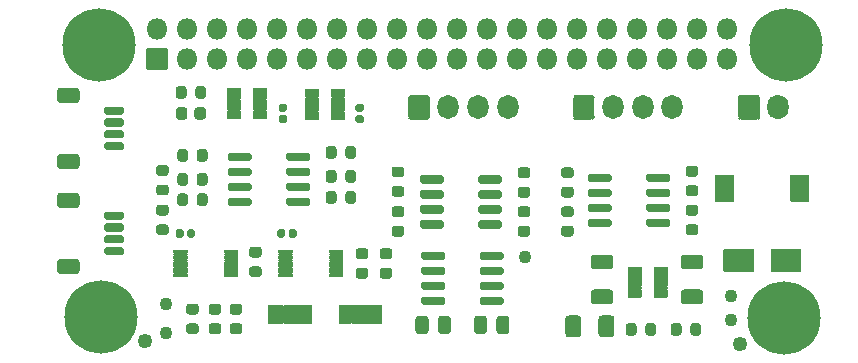
<source format=gbr>
G04 #@! TF.GenerationSoftware,KiCad,Pcbnew,5.99.0+really5.1.10+dfsg1-1*
G04 #@! TF.CreationDate,2022-03-07T12:54:04+01:00*
G04 #@! TF.ProjectId,Raspberry Pi Zero W,52617370-6265-4727-9279-205069205a65,1.0.8*
G04 #@! TF.SameCoordinates,Original*
G04 #@! TF.FileFunction,Soldermask,Top*
G04 #@! TF.FilePolarity,Negative*
%FSLAX46Y46*%
G04 Gerber Fmt 4.6, Leading zero omitted, Abs format (unit mm)*
G04 Created by KiCad (PCBNEW 5.99.0+really5.1.10+dfsg1-1) date 2022-03-07 12:54:04*
%MOMM*%
%LPD*%
G01*
G04 APERTURE LIST*
%ADD10C,1.254000*%
%ADD11C,6.200000*%
%ADD12O,1.802000X2.102000*%
%ADD13O,1.802000X2.052000*%
%ADD14O,1.802000X1.802000*%
%ADD15C,1.102000*%
%ADD16C,0.100000*%
G04 APERTURE END LIST*
G36*
G01*
X134851501Y-96471000D02*
X135242501Y-96471000D01*
G75*
G02*
X135408001Y-96636500I0J-165500D01*
G01*
X135408001Y-96967500D01*
G75*
G02*
X135242501Y-97133000I-165500J0D01*
G01*
X134851501Y-97133000D01*
G75*
G02*
X134686001Y-96967500I0J165500D01*
G01*
X134686001Y-96636500D01*
G75*
G02*
X134851501Y-96471000I165500J0D01*
G01*
G37*
G36*
G01*
X134851501Y-97431000D02*
X135242501Y-97431000D01*
G75*
G02*
X135408001Y-97596500I0J-165500D01*
G01*
X135408001Y-97927500D01*
G75*
G02*
X135242501Y-98093000I-165500J0D01*
G01*
X134851501Y-98093000D01*
G75*
G02*
X134686001Y-97927500I0J165500D01*
G01*
X134686001Y-97596500D01*
G75*
G02*
X134851501Y-97431000I165500J0D01*
G01*
G37*
G36*
G01*
X128657000Y-104284000D02*
X128657000Y-104885000D01*
G75*
G02*
X128431500Y-105110500I-225500J0D01*
G01*
X127980500Y-105110500D01*
G75*
G02*
X127755000Y-104885000I0J225500D01*
G01*
X127755000Y-104284000D01*
G75*
G02*
X127980500Y-104058500I225500J0D01*
G01*
X128431500Y-104058500D01*
G75*
G02*
X128657000Y-104284000I0J-225500D01*
G01*
G37*
G36*
G01*
X127007000Y-104284000D02*
X127007000Y-104885000D01*
G75*
G02*
X126781500Y-105110500I-225500J0D01*
G01*
X126330500Y-105110500D01*
G75*
G02*
X126105000Y-104885000I0J225500D01*
G01*
X126105000Y-104284000D01*
G75*
G02*
X126330500Y-104058500I225500J0D01*
G01*
X126781500Y-104058500D01*
G75*
G02*
X127007000Y-104284000I0J-225500D01*
G01*
G37*
D10*
X123380500Y-116586000D03*
X173736000Y-116776500D03*
G36*
G01*
X158960000Y-115971600D02*
X158960000Y-114660400D01*
G75*
G02*
X159230400Y-114390000I270400J0D01*
G01*
X160041600Y-114390000D01*
G75*
G02*
X160312000Y-114660400I0J-270400D01*
G01*
X160312000Y-115971600D01*
G75*
G02*
X160041600Y-116242000I-270400J0D01*
G01*
X159230400Y-116242000D01*
G75*
G02*
X158960000Y-115971600I0J270400D01*
G01*
G37*
G36*
G01*
X161760000Y-115971600D02*
X161760000Y-114660400D01*
G75*
G02*
X162030400Y-114390000I270400J0D01*
G01*
X162841600Y-114390000D01*
G75*
G02*
X163112000Y-114660400I0J-270400D01*
G01*
X163112000Y-115971600D01*
G75*
G02*
X162841600Y-116242000I-270400J0D01*
G01*
X162030400Y-116242000D01*
G75*
G02*
X161760000Y-115971600I0J270400D01*
G01*
G37*
G36*
G01*
X136193000Y-107246500D02*
X136193000Y-107637500D01*
G75*
G02*
X136027500Y-107803000I-165500J0D01*
G01*
X135696500Y-107803000D01*
G75*
G02*
X135531000Y-107637500I0J165500D01*
G01*
X135531000Y-107246500D01*
G75*
G02*
X135696500Y-107081000I165500J0D01*
G01*
X136027500Y-107081000D01*
G75*
G02*
X136193000Y-107246500I0J-165500D01*
G01*
G37*
G36*
G01*
X135233000Y-107246500D02*
X135233000Y-107637500D01*
G75*
G02*
X135067500Y-107803000I-165500J0D01*
G01*
X134736500Y-107803000D01*
G75*
G02*
X134571000Y-107637500I0J165500D01*
G01*
X134571000Y-107246500D01*
G75*
G02*
X134736500Y-107081000I165500J0D01*
G01*
X135067500Y-107081000D01*
G75*
G02*
X135233000Y-107246500I0J-165500D01*
G01*
G37*
G36*
G01*
X169538000Y-115870500D02*
X169538000Y-115269500D01*
G75*
G02*
X169763500Y-115044000I225500J0D01*
G01*
X170214500Y-115044000D01*
G75*
G02*
X170440000Y-115269500I0J-225500D01*
G01*
X170440000Y-115870500D01*
G75*
G02*
X170214500Y-116096000I-225500J0D01*
G01*
X169763500Y-116096000D01*
G75*
G02*
X169538000Y-115870500I0J225500D01*
G01*
G37*
G36*
G01*
X167888000Y-115870500D02*
X167888000Y-115269500D01*
G75*
G02*
X168113500Y-115044000I225500J0D01*
G01*
X168564500Y-115044000D01*
G75*
G02*
X168790000Y-115269500I0J-225500D01*
G01*
X168790000Y-115870500D01*
G75*
G02*
X168564500Y-116096000I-225500J0D01*
G01*
X168113500Y-116096000D01*
G75*
G02*
X167888000Y-115870500I0J225500D01*
G01*
G37*
G36*
G01*
X164078000Y-115870500D02*
X164078000Y-115269500D01*
G75*
G02*
X164303500Y-115044000I225500J0D01*
G01*
X164754500Y-115044000D01*
G75*
G02*
X164980000Y-115269500I0J-225500D01*
G01*
X164980000Y-115870500D01*
G75*
G02*
X164754500Y-116096000I-225500J0D01*
G01*
X164303500Y-116096000D01*
G75*
G02*
X164078000Y-115870500I0J225500D01*
G01*
G37*
G36*
G01*
X165728000Y-115870500D02*
X165728000Y-115269500D01*
G75*
G02*
X165953500Y-115044000I225500J0D01*
G01*
X166404500Y-115044000D01*
G75*
G02*
X166630000Y-115269500I0J-225500D01*
G01*
X166630000Y-115870500D01*
G75*
G02*
X166404500Y-116096000I-225500J0D01*
G01*
X165953500Y-116096000D01*
G75*
G02*
X165728000Y-115870500I0J225500D01*
G01*
G37*
G36*
G01*
X146266000Y-115689500D02*
X146266000Y-114688500D01*
G75*
G02*
X146541500Y-114413000I275500J0D01*
G01*
X147092500Y-114413000D01*
G75*
G02*
X147368000Y-114688500I0J-275500D01*
G01*
X147368000Y-115689500D01*
G75*
G02*
X147092500Y-115965000I-275500J0D01*
G01*
X146541500Y-115965000D01*
G75*
G02*
X146266000Y-115689500I0J275500D01*
G01*
G37*
G36*
G01*
X148166000Y-115689500D02*
X148166000Y-114688500D01*
G75*
G02*
X148441500Y-114413000I275500J0D01*
G01*
X148992500Y-114413000D01*
G75*
G02*
X149268000Y-114688500I0J-275500D01*
G01*
X149268000Y-115689500D01*
G75*
G02*
X148992500Y-115965000I-275500J0D01*
G01*
X148441500Y-115965000D01*
G75*
G02*
X148166000Y-115689500I0J275500D01*
G01*
G37*
G36*
G01*
X152321000Y-114688500D02*
X152321000Y-115689500D01*
G75*
G02*
X152045500Y-115965000I-275500J0D01*
G01*
X151494500Y-115965000D01*
G75*
G02*
X151219000Y-115689500I0J275500D01*
G01*
X151219000Y-114688500D01*
G75*
G02*
X151494500Y-114413000I275500J0D01*
G01*
X152045500Y-114413000D01*
G75*
G02*
X152321000Y-114688500I0J-275500D01*
G01*
G37*
G36*
G01*
X154221000Y-114688500D02*
X154221000Y-115689500D01*
G75*
G02*
X153945500Y-115965000I-275500J0D01*
G01*
X153394500Y-115965000D01*
G75*
G02*
X153119000Y-115689500I0J275500D01*
G01*
X153119000Y-114688500D01*
G75*
G02*
X153394500Y-114413000I275500J0D01*
G01*
X153945500Y-114413000D01*
G75*
G02*
X154221000Y-114688500I0J-275500D01*
G01*
G37*
G36*
G01*
X141346000Y-97431000D02*
X141737000Y-97431000D01*
G75*
G02*
X141902500Y-97596500I0J-165500D01*
G01*
X141902500Y-97927500D01*
G75*
G02*
X141737000Y-98093000I-165500J0D01*
G01*
X141346000Y-98093000D01*
G75*
G02*
X141180500Y-97927500I0J165500D01*
G01*
X141180500Y-97596500D01*
G75*
G02*
X141346000Y-97431000I165500J0D01*
G01*
G37*
G36*
G01*
X141346000Y-96471000D02*
X141737000Y-96471000D01*
G75*
G02*
X141902500Y-96636500I0J-165500D01*
G01*
X141902500Y-96967500D01*
G75*
G02*
X141737000Y-97133000I-165500J0D01*
G01*
X141346000Y-97133000D01*
G75*
G02*
X141180500Y-96967500I0J165500D01*
G01*
X141180500Y-96636500D01*
G75*
G02*
X141346000Y-96471000I165500J0D01*
G01*
G37*
G36*
G01*
X138678000Y-104694500D02*
X138678000Y-104093500D01*
G75*
G02*
X138903500Y-103868000I225500J0D01*
G01*
X139354500Y-103868000D01*
G75*
G02*
X139580000Y-104093500I0J-225500D01*
G01*
X139580000Y-104694500D01*
G75*
G02*
X139354500Y-104920000I-225500J0D01*
G01*
X138903500Y-104920000D01*
G75*
G02*
X138678000Y-104694500I0J225500D01*
G01*
G37*
G36*
G01*
X140328000Y-104694500D02*
X140328000Y-104093500D01*
G75*
G02*
X140553500Y-103868000I225500J0D01*
G01*
X141004500Y-103868000D01*
G75*
G02*
X141230000Y-104093500I0J-225500D01*
G01*
X141230000Y-104694500D01*
G75*
G02*
X141004500Y-104920000I-225500J0D01*
G01*
X140553500Y-104920000D01*
G75*
G02*
X140328000Y-104694500I0J225500D01*
G01*
G37*
G36*
G01*
X138678000Y-102916500D02*
X138678000Y-102315500D01*
G75*
G02*
X138903500Y-102090000I225500J0D01*
G01*
X139354500Y-102090000D01*
G75*
G02*
X139580000Y-102315500I0J-225500D01*
G01*
X139580000Y-102916500D01*
G75*
G02*
X139354500Y-103142000I-225500J0D01*
G01*
X138903500Y-103142000D01*
G75*
G02*
X138678000Y-102916500I0J225500D01*
G01*
G37*
G36*
G01*
X140328000Y-102916500D02*
X140328000Y-102315500D01*
G75*
G02*
X140553500Y-102090000I225500J0D01*
G01*
X141004500Y-102090000D01*
G75*
G02*
X141230000Y-102315500I0J-225500D01*
G01*
X141230000Y-102916500D01*
G75*
G02*
X141004500Y-103142000I-225500J0D01*
G01*
X140553500Y-103142000D01*
G75*
G02*
X140328000Y-102916500I0J225500D01*
G01*
G37*
G36*
G01*
X139580000Y-100283500D02*
X139580000Y-100884500D01*
G75*
G02*
X139354500Y-101110000I-225500J0D01*
G01*
X138903500Y-101110000D01*
G75*
G02*
X138678000Y-100884500I0J225500D01*
G01*
X138678000Y-100283500D01*
G75*
G02*
X138903500Y-100058000I225500J0D01*
G01*
X139354500Y-100058000D01*
G75*
G02*
X139580000Y-100283500I0J-225500D01*
G01*
G37*
G36*
G01*
X141230000Y-100283500D02*
X141230000Y-100884500D01*
G75*
G02*
X141004500Y-101110000I-225500J0D01*
G01*
X140553500Y-101110000D01*
G75*
G02*
X140328000Y-100884500I0J225500D01*
G01*
X140328000Y-100283500D01*
G75*
G02*
X140553500Y-100058000I225500J0D01*
G01*
X141004500Y-100058000D01*
G75*
G02*
X141230000Y-100283500I0J-225500D01*
G01*
G37*
G36*
G01*
X126105000Y-101138500D02*
X126105000Y-100537500D01*
G75*
G02*
X126330500Y-100312000I225500J0D01*
G01*
X126781500Y-100312000D01*
G75*
G02*
X127007000Y-100537500I0J-225500D01*
G01*
X127007000Y-101138500D01*
G75*
G02*
X126781500Y-101364000I-225500J0D01*
G01*
X126330500Y-101364000D01*
G75*
G02*
X126105000Y-101138500I0J225500D01*
G01*
G37*
G36*
G01*
X127755000Y-101138500D02*
X127755000Y-100537500D01*
G75*
G02*
X127980500Y-100312000I225500J0D01*
G01*
X128431500Y-100312000D01*
G75*
G02*
X128657000Y-100537500I0J-225500D01*
G01*
X128657000Y-101138500D01*
G75*
G02*
X128431500Y-101364000I-225500J0D01*
G01*
X127980500Y-101364000D01*
G75*
G02*
X127755000Y-101138500I0J225500D01*
G01*
G37*
G36*
G01*
X127007000Y-102569500D02*
X127007000Y-103170500D01*
G75*
G02*
X126781500Y-103396000I-225500J0D01*
G01*
X126330500Y-103396000D01*
G75*
G02*
X126105000Y-103170500I0J225500D01*
G01*
X126105000Y-102569500D01*
G75*
G02*
X126330500Y-102344000I225500J0D01*
G01*
X126781500Y-102344000D01*
G75*
G02*
X127007000Y-102569500I0J-225500D01*
G01*
G37*
G36*
G01*
X128657000Y-102569500D02*
X128657000Y-103170500D01*
G75*
G02*
X128431500Y-103396000I-225500J0D01*
G01*
X127980500Y-103396000D01*
G75*
G02*
X127755000Y-103170500I0J225500D01*
G01*
X127755000Y-102569500D01*
G75*
G02*
X127980500Y-102344000I225500J0D01*
G01*
X128431500Y-102344000D01*
G75*
G02*
X128657000Y-102569500I0J-225500D01*
G01*
G37*
G36*
G01*
X126625000Y-107246500D02*
X126625000Y-107637500D01*
G75*
G02*
X126459500Y-107803000I-165500J0D01*
G01*
X126128500Y-107803000D01*
G75*
G02*
X125963000Y-107637500I0J165500D01*
G01*
X125963000Y-107246500D01*
G75*
G02*
X126128500Y-107081000I165500J0D01*
G01*
X126459500Y-107081000D01*
G75*
G02*
X126625000Y-107246500I0J-165500D01*
G01*
G37*
G36*
G01*
X127585000Y-107246500D02*
X127585000Y-107637500D01*
G75*
G02*
X127419500Y-107803000I-165500J0D01*
G01*
X127088500Y-107803000D01*
G75*
G02*
X126923000Y-107637500I0J165500D01*
G01*
X126923000Y-107246500D01*
G75*
G02*
X127088500Y-107081000I165500J0D01*
G01*
X127419500Y-107081000D01*
G75*
G02*
X127585000Y-107246500I0J-165500D01*
G01*
G37*
G36*
G01*
X125978000Y-95804500D02*
X125978000Y-95203500D01*
G75*
G02*
X126203500Y-94978000I225500J0D01*
G01*
X126654500Y-94978000D01*
G75*
G02*
X126880000Y-95203500I0J-225500D01*
G01*
X126880000Y-95804500D01*
G75*
G02*
X126654500Y-96030000I-225500J0D01*
G01*
X126203500Y-96030000D01*
G75*
G02*
X125978000Y-95804500I0J225500D01*
G01*
G37*
G36*
G01*
X127628000Y-95804500D02*
X127628000Y-95203500D01*
G75*
G02*
X127853500Y-94978000I225500J0D01*
G01*
X128304500Y-94978000D01*
G75*
G02*
X128530000Y-95203500I0J-225500D01*
G01*
X128530000Y-95804500D01*
G75*
G02*
X128304500Y-96030000I-225500J0D01*
G01*
X127853500Y-96030000D01*
G75*
G02*
X127628000Y-95804500I0J225500D01*
G01*
G37*
G36*
G01*
X125141500Y-104210000D02*
X124540500Y-104210000D01*
G75*
G02*
X124315000Y-103984500I0J225500D01*
G01*
X124315000Y-103533500D01*
G75*
G02*
X124540500Y-103308000I225500J0D01*
G01*
X125141500Y-103308000D01*
G75*
G02*
X125367000Y-103533500I0J-225500D01*
G01*
X125367000Y-103984500D01*
G75*
G02*
X125141500Y-104210000I-225500J0D01*
G01*
G37*
G36*
G01*
X125141500Y-102560000D02*
X124540500Y-102560000D01*
G75*
G02*
X124315000Y-102334500I0J225500D01*
G01*
X124315000Y-101883500D01*
G75*
G02*
X124540500Y-101658000I225500J0D01*
G01*
X125141500Y-101658000D01*
G75*
G02*
X125367000Y-101883500I0J-225500D01*
G01*
X125367000Y-102334500D01*
G75*
G02*
X125141500Y-102560000I-225500J0D01*
G01*
G37*
G36*
G01*
X125141500Y-105925000D02*
X124540500Y-105925000D01*
G75*
G02*
X124315000Y-105699500I0J225500D01*
G01*
X124315000Y-105248500D01*
G75*
G02*
X124540500Y-105023000I225500J0D01*
G01*
X125141500Y-105023000D01*
G75*
G02*
X125367000Y-105248500I0J-225500D01*
G01*
X125367000Y-105699500D01*
G75*
G02*
X125141500Y-105925000I-225500J0D01*
G01*
G37*
G36*
G01*
X125141500Y-107575000D02*
X124540500Y-107575000D01*
G75*
G02*
X124315000Y-107349500I0J225500D01*
G01*
X124315000Y-106898500D01*
G75*
G02*
X124540500Y-106673000I225500J0D01*
G01*
X125141500Y-106673000D01*
G75*
G02*
X125367000Y-106898500I0J-225500D01*
G01*
X125367000Y-107349500D01*
G75*
G02*
X125141500Y-107575000I-225500J0D01*
G01*
G37*
G36*
G01*
X133015500Y-111131000D02*
X132414500Y-111131000D01*
G75*
G02*
X132189000Y-110905500I0J225500D01*
G01*
X132189000Y-110454500D01*
G75*
G02*
X132414500Y-110229000I225500J0D01*
G01*
X133015500Y-110229000D01*
G75*
G02*
X133241000Y-110454500I0J-225500D01*
G01*
X133241000Y-110905500D01*
G75*
G02*
X133015500Y-111131000I-225500J0D01*
G01*
G37*
G36*
G01*
X133015500Y-109481000D02*
X132414500Y-109481000D01*
G75*
G02*
X132189000Y-109255500I0J225500D01*
G01*
X132189000Y-108804500D01*
G75*
G02*
X132414500Y-108579000I225500J0D01*
G01*
X133015500Y-108579000D01*
G75*
G02*
X133241000Y-108804500I0J-225500D01*
G01*
X133241000Y-109255500D01*
G75*
G02*
X133015500Y-109481000I-225500J0D01*
G01*
G37*
G36*
G01*
X130763500Y-113405000D02*
X131364500Y-113405000D01*
G75*
G02*
X131590000Y-113630500I0J-225500D01*
G01*
X131590000Y-114081500D01*
G75*
G02*
X131364500Y-114307000I-225500J0D01*
G01*
X130763500Y-114307000D01*
G75*
G02*
X130538000Y-114081500I0J225500D01*
G01*
X130538000Y-113630500D01*
G75*
G02*
X130763500Y-113405000I225500J0D01*
G01*
G37*
G36*
G01*
X130763500Y-115055000D02*
X131364500Y-115055000D01*
G75*
G02*
X131590000Y-115280500I0J-225500D01*
G01*
X131590000Y-115731500D01*
G75*
G02*
X131364500Y-115957000I-225500J0D01*
G01*
X130763500Y-115957000D01*
G75*
G02*
X130538000Y-115731500I0J225500D01*
G01*
X130538000Y-115280500D01*
G75*
G02*
X130763500Y-115055000I225500J0D01*
G01*
G37*
G36*
G01*
X128985500Y-115055000D02*
X129586500Y-115055000D01*
G75*
G02*
X129812000Y-115280500I0J-225500D01*
G01*
X129812000Y-115731500D01*
G75*
G02*
X129586500Y-115957000I-225500J0D01*
G01*
X128985500Y-115957000D01*
G75*
G02*
X128760000Y-115731500I0J225500D01*
G01*
X128760000Y-115280500D01*
G75*
G02*
X128985500Y-115055000I225500J0D01*
G01*
G37*
G36*
G01*
X128985500Y-113405000D02*
X129586500Y-113405000D01*
G75*
G02*
X129812000Y-113630500I0J-225500D01*
G01*
X129812000Y-114081500D01*
G75*
G02*
X129586500Y-114307000I-225500J0D01*
G01*
X128985500Y-114307000D01*
G75*
G02*
X128760000Y-114081500I0J225500D01*
G01*
X128760000Y-113630500D01*
G75*
G02*
X128985500Y-113405000I225500J0D01*
G01*
G37*
G36*
G01*
X127080500Y-113404500D02*
X127681500Y-113404500D01*
G75*
G02*
X127907000Y-113630000I0J-225500D01*
G01*
X127907000Y-114081000D01*
G75*
G02*
X127681500Y-114306500I-225500J0D01*
G01*
X127080500Y-114306500D01*
G75*
G02*
X126855000Y-114081000I0J225500D01*
G01*
X126855000Y-113630000D01*
G75*
G02*
X127080500Y-113404500I225500J0D01*
G01*
G37*
G36*
G01*
X127080500Y-115054500D02*
X127681500Y-115054500D01*
G75*
G02*
X127907000Y-115280000I0J-225500D01*
G01*
X127907000Y-115731000D01*
G75*
G02*
X127681500Y-115956500I-225500J0D01*
G01*
X127080500Y-115956500D01*
G75*
G02*
X126855000Y-115731000I0J225500D01*
G01*
X126855000Y-115280000D01*
G75*
G02*
X127080500Y-115054500I225500J0D01*
G01*
G37*
G36*
G01*
X142032500Y-109608000D02*
X141431500Y-109608000D01*
G75*
G02*
X141206000Y-109382500I0J225500D01*
G01*
X141206000Y-108931500D01*
G75*
G02*
X141431500Y-108706000I225500J0D01*
G01*
X142032500Y-108706000D01*
G75*
G02*
X142258000Y-108931500I0J-225500D01*
G01*
X142258000Y-109382500D01*
G75*
G02*
X142032500Y-109608000I-225500J0D01*
G01*
G37*
G36*
G01*
X142032500Y-111258000D02*
X141431500Y-111258000D01*
G75*
G02*
X141206000Y-111032500I0J225500D01*
G01*
X141206000Y-110581500D01*
G75*
G02*
X141431500Y-110356000I225500J0D01*
G01*
X142032500Y-110356000D01*
G75*
G02*
X142258000Y-110581500I0J-225500D01*
G01*
X142258000Y-111032500D01*
G75*
G02*
X142032500Y-111258000I-225500J0D01*
G01*
G37*
G36*
G01*
X143463500Y-110356000D02*
X144064500Y-110356000D01*
G75*
G02*
X144290000Y-110581500I0J-225500D01*
G01*
X144290000Y-111032500D01*
G75*
G02*
X144064500Y-111258000I-225500J0D01*
G01*
X143463500Y-111258000D01*
G75*
G02*
X143238000Y-111032500I0J225500D01*
G01*
X143238000Y-110581500D01*
G75*
G02*
X143463500Y-110356000I225500J0D01*
G01*
G37*
G36*
G01*
X143463500Y-108706000D02*
X144064500Y-108706000D01*
G75*
G02*
X144290000Y-108931500I0J-225500D01*
G01*
X144290000Y-109382500D01*
G75*
G02*
X144064500Y-109608000I-225500J0D01*
G01*
X143463500Y-109608000D01*
G75*
G02*
X143238000Y-109382500I0J225500D01*
G01*
X143238000Y-108931500D01*
G75*
G02*
X143463500Y-108706000I225500J0D01*
G01*
G37*
G36*
G01*
X145080500Y-102687000D02*
X144479500Y-102687000D01*
G75*
G02*
X144254000Y-102461500I0J225500D01*
G01*
X144254000Y-102010500D01*
G75*
G02*
X144479500Y-101785000I225500J0D01*
G01*
X145080500Y-101785000D01*
G75*
G02*
X145306000Y-102010500I0J-225500D01*
G01*
X145306000Y-102461500D01*
G75*
G02*
X145080500Y-102687000I-225500J0D01*
G01*
G37*
G36*
G01*
X145080500Y-104337000D02*
X144479500Y-104337000D01*
G75*
G02*
X144254000Y-104111500I0J225500D01*
G01*
X144254000Y-103660500D01*
G75*
G02*
X144479500Y-103435000I225500J0D01*
G01*
X145080500Y-103435000D01*
G75*
G02*
X145306000Y-103660500I0J-225500D01*
G01*
X145306000Y-104111500D01*
G75*
G02*
X145080500Y-104337000I-225500J0D01*
G01*
G37*
G36*
G01*
X145080500Y-106052000D02*
X144479500Y-106052000D01*
G75*
G02*
X144254000Y-105826500I0J225500D01*
G01*
X144254000Y-105375500D01*
G75*
G02*
X144479500Y-105150000I225500J0D01*
G01*
X145080500Y-105150000D01*
G75*
G02*
X145306000Y-105375500I0J-225500D01*
G01*
X145306000Y-105826500D01*
G75*
G02*
X145080500Y-106052000I-225500J0D01*
G01*
G37*
G36*
G01*
X145080500Y-107702000D02*
X144479500Y-107702000D01*
G75*
G02*
X144254000Y-107476500I0J225500D01*
G01*
X144254000Y-107025500D01*
G75*
G02*
X144479500Y-106800000I225500J0D01*
G01*
X145080500Y-106800000D01*
G75*
G02*
X145306000Y-107025500I0J-225500D01*
G01*
X145306000Y-107476500D01*
G75*
G02*
X145080500Y-107702000I-225500J0D01*
G01*
G37*
G36*
G01*
X169972500Y-107575000D02*
X169371500Y-107575000D01*
G75*
G02*
X169146000Y-107349500I0J225500D01*
G01*
X169146000Y-106898500D01*
G75*
G02*
X169371500Y-106673000I225500J0D01*
G01*
X169972500Y-106673000D01*
G75*
G02*
X170198000Y-106898500I0J-225500D01*
G01*
X170198000Y-107349500D01*
G75*
G02*
X169972500Y-107575000I-225500J0D01*
G01*
G37*
G36*
G01*
X169972500Y-105925000D02*
X169371500Y-105925000D01*
G75*
G02*
X169146000Y-105699500I0J225500D01*
G01*
X169146000Y-105248500D01*
G75*
G02*
X169371500Y-105023000I225500J0D01*
G01*
X169972500Y-105023000D01*
G75*
G02*
X170198000Y-105248500I0J-225500D01*
G01*
X170198000Y-105699500D01*
G75*
G02*
X169972500Y-105925000I-225500J0D01*
G01*
G37*
G36*
G01*
X169972500Y-102623000D02*
X169371500Y-102623000D01*
G75*
G02*
X169146000Y-102397500I0J225500D01*
G01*
X169146000Y-101946500D01*
G75*
G02*
X169371500Y-101721000I225500J0D01*
G01*
X169972500Y-101721000D01*
G75*
G02*
X170198000Y-101946500I0J-225500D01*
G01*
X170198000Y-102397500D01*
G75*
G02*
X169972500Y-102623000I-225500J0D01*
G01*
G37*
G36*
G01*
X169972500Y-104273000D02*
X169371500Y-104273000D01*
G75*
G02*
X169146000Y-104047500I0J225500D01*
G01*
X169146000Y-103596500D01*
G75*
G02*
X169371500Y-103371000I225500J0D01*
G01*
X169972500Y-103371000D01*
G75*
G02*
X170198000Y-103596500I0J-225500D01*
G01*
X170198000Y-104047500D01*
G75*
G02*
X169972500Y-104273000I-225500J0D01*
G01*
G37*
G36*
G01*
X179617000Y-102532000D02*
X179617000Y-104732000D01*
G75*
G02*
X179566000Y-104783000I-51000J0D01*
G01*
X178066000Y-104783000D01*
G75*
G02*
X178015000Y-104732000I0J51000D01*
G01*
X178015000Y-102532000D01*
G75*
G02*
X178066000Y-102481000I51000J0D01*
G01*
X179566000Y-102481000D01*
G75*
G02*
X179617000Y-102532000I0J-51000D01*
G01*
G37*
G36*
G01*
X173217000Y-102532000D02*
X173217000Y-104732000D01*
G75*
G02*
X173166000Y-104783000I-51000J0D01*
G01*
X171666000Y-104783000D01*
G75*
G02*
X171615000Y-104732000I0J51000D01*
G01*
X171615000Y-102532000D01*
G75*
G02*
X171666000Y-102481000I51000J0D01*
G01*
X173166000Y-102481000D01*
G75*
G02*
X173217000Y-102532000I0J-51000D01*
G01*
G37*
D11*
X177507900Y-114579400D03*
G36*
G01*
X159431500Y-106052000D02*
X158830500Y-106052000D01*
G75*
G02*
X158605000Y-105826500I0J225500D01*
G01*
X158605000Y-105375500D01*
G75*
G02*
X158830500Y-105150000I225500J0D01*
G01*
X159431500Y-105150000D01*
G75*
G02*
X159657000Y-105375500I0J-225500D01*
G01*
X159657000Y-105826500D01*
G75*
G02*
X159431500Y-106052000I-225500J0D01*
G01*
G37*
G36*
G01*
X159431500Y-107702000D02*
X158830500Y-107702000D01*
G75*
G02*
X158605000Y-107476500I0J225500D01*
G01*
X158605000Y-107025500D01*
G75*
G02*
X158830500Y-106800000I225500J0D01*
G01*
X159431500Y-106800000D01*
G75*
G02*
X159657000Y-107025500I0J-225500D01*
G01*
X159657000Y-107476500D01*
G75*
G02*
X159431500Y-107702000I-225500J0D01*
G01*
G37*
G36*
G01*
X155147500Y-106800000D02*
X155748500Y-106800000D01*
G75*
G02*
X155974000Y-107025500I0J-225500D01*
G01*
X155974000Y-107476500D01*
G75*
G02*
X155748500Y-107702000I-225500J0D01*
G01*
X155147500Y-107702000D01*
G75*
G02*
X154922000Y-107476500I0J225500D01*
G01*
X154922000Y-107025500D01*
G75*
G02*
X155147500Y-106800000I225500J0D01*
G01*
G37*
G36*
G01*
X155147500Y-105150000D02*
X155748500Y-105150000D01*
G75*
G02*
X155974000Y-105375500I0J-225500D01*
G01*
X155974000Y-105826500D01*
G75*
G02*
X155748500Y-106052000I-225500J0D01*
G01*
X155147500Y-106052000D01*
G75*
G02*
X154922000Y-105826500I0J225500D01*
G01*
X154922000Y-105375500D01*
G75*
G02*
X155147500Y-105150000I225500J0D01*
G01*
G37*
G36*
G01*
X155147500Y-101848000D02*
X155748500Y-101848000D01*
G75*
G02*
X155974000Y-102073500I0J-225500D01*
G01*
X155974000Y-102524500D01*
G75*
G02*
X155748500Y-102750000I-225500J0D01*
G01*
X155147500Y-102750000D01*
G75*
G02*
X154922000Y-102524500I0J225500D01*
G01*
X154922000Y-102073500D01*
G75*
G02*
X155147500Y-101848000I225500J0D01*
G01*
G37*
G36*
G01*
X155147500Y-103498000D02*
X155748500Y-103498000D01*
G75*
G02*
X155974000Y-103723500I0J-225500D01*
G01*
X155974000Y-104174500D01*
G75*
G02*
X155748500Y-104400000I-225500J0D01*
G01*
X155147500Y-104400000D01*
G75*
G02*
X154922000Y-104174500I0J225500D01*
G01*
X154922000Y-103723500D01*
G75*
G02*
X155147500Y-103498000I225500J0D01*
G01*
G37*
G36*
G01*
X159431500Y-104400000D02*
X158830500Y-104400000D01*
G75*
G02*
X158605000Y-104174500I0J225500D01*
G01*
X158605000Y-103723500D01*
G75*
G02*
X158830500Y-103498000I225500J0D01*
G01*
X159431500Y-103498000D01*
G75*
G02*
X159657000Y-103723500I0J-225500D01*
G01*
X159657000Y-104174500D01*
G75*
G02*
X159431500Y-104400000I-225500J0D01*
G01*
G37*
G36*
G01*
X159431500Y-102750000D02*
X158830500Y-102750000D01*
G75*
G02*
X158605000Y-102524500I0J225500D01*
G01*
X158605000Y-102073500D01*
G75*
G02*
X158830500Y-101848000I225500J0D01*
G01*
X159431500Y-101848000D01*
G75*
G02*
X159657000Y-102073500I0J-225500D01*
G01*
X159657000Y-102524500D01*
G75*
G02*
X159431500Y-102750000I-225500J0D01*
G01*
G37*
G36*
G01*
X170350828Y-110481000D02*
X168993172Y-110481000D01*
G75*
G02*
X168721000Y-110208828I0J272172D01*
G01*
X168721000Y-109501172D01*
G75*
G02*
X168993172Y-109229000I272172J0D01*
G01*
X170350828Y-109229000D01*
G75*
G02*
X170623000Y-109501172I0J-272172D01*
G01*
X170623000Y-110208828D01*
G75*
G02*
X170350828Y-110481000I-272172J0D01*
G01*
G37*
G36*
G01*
X170350828Y-113431000D02*
X168993172Y-113431000D01*
G75*
G02*
X168721000Y-113158828I0J272172D01*
G01*
X168721000Y-112451172D01*
G75*
G02*
X168993172Y-112179000I272172J0D01*
G01*
X170350828Y-112179000D01*
G75*
G02*
X170623000Y-112451172I0J-272172D01*
G01*
X170623000Y-113158828D01*
G75*
G02*
X170350828Y-113431000I-272172J0D01*
G01*
G37*
G36*
G01*
X161373172Y-109229000D02*
X162730828Y-109229000D01*
G75*
G02*
X163003000Y-109501172I0J-272172D01*
G01*
X163003000Y-110208828D01*
G75*
G02*
X162730828Y-110481000I-272172J0D01*
G01*
X161373172Y-110481000D01*
G75*
G02*
X161101000Y-110208828I0J272172D01*
G01*
X161101000Y-109501172D01*
G75*
G02*
X161373172Y-109229000I272172J0D01*
G01*
G37*
G36*
G01*
X161373172Y-112179000D02*
X162730828Y-112179000D01*
G75*
G02*
X163003000Y-112451172I0J-272172D01*
G01*
X163003000Y-113158828D01*
G75*
G02*
X162730828Y-113431000I-272172J0D01*
G01*
X161373172Y-113431000D01*
G75*
G02*
X161101000Y-113158828I0J272172D01*
G01*
X161101000Y-112451172D01*
G75*
G02*
X161373172Y-112179000I272172J0D01*
G01*
G37*
G36*
G01*
X172340000Y-110628000D02*
X172340000Y-108828000D01*
G75*
G02*
X172391000Y-108777000I51000J0D01*
G01*
X174891000Y-108777000D01*
G75*
G02*
X174942000Y-108828000I0J-51000D01*
G01*
X174942000Y-110628000D01*
G75*
G02*
X174891000Y-110679000I-51000J0D01*
G01*
X172391000Y-110679000D01*
G75*
G02*
X172340000Y-110628000I0J51000D01*
G01*
G37*
G36*
G01*
X176340000Y-110628000D02*
X176340000Y-108828000D01*
G75*
G02*
X176391000Y-108777000I51000J0D01*
G01*
X178891000Y-108777000D01*
G75*
G02*
X178942000Y-108828000I0J-51000D01*
G01*
X178942000Y-110628000D01*
G75*
G02*
X178891000Y-110679000I-51000J0D01*
G01*
X176391000Y-110679000D01*
G75*
G02*
X176340000Y-110628000I0J51000D01*
G01*
G37*
G36*
G01*
X131266000Y-110857000D02*
X131266000Y-111107000D01*
G75*
G02*
X131215000Y-111158000I-51000J0D01*
G01*
X130115000Y-111158000D01*
G75*
G02*
X130064000Y-111107000I0J51000D01*
G01*
X130064000Y-110857000D01*
G75*
G02*
X130115000Y-110806000I51000J0D01*
G01*
X131215000Y-110806000D01*
G75*
G02*
X131266000Y-110857000I0J-51000D01*
G01*
G37*
G36*
G01*
X131266000Y-110357000D02*
X131266000Y-110607000D01*
G75*
G02*
X131215000Y-110658000I-51000J0D01*
G01*
X130115000Y-110658000D01*
G75*
G02*
X130064000Y-110607000I0J51000D01*
G01*
X130064000Y-110357000D01*
G75*
G02*
X130115000Y-110306000I51000J0D01*
G01*
X131215000Y-110306000D01*
G75*
G02*
X131266000Y-110357000I0J-51000D01*
G01*
G37*
G36*
G01*
X131266000Y-109857000D02*
X131266000Y-110107000D01*
G75*
G02*
X131215000Y-110158000I-51000J0D01*
G01*
X130115000Y-110158000D01*
G75*
G02*
X130064000Y-110107000I0J51000D01*
G01*
X130064000Y-109857000D01*
G75*
G02*
X130115000Y-109806000I51000J0D01*
G01*
X131215000Y-109806000D01*
G75*
G02*
X131266000Y-109857000I0J-51000D01*
G01*
G37*
G36*
G01*
X131266000Y-109357000D02*
X131266000Y-109607000D01*
G75*
G02*
X131215000Y-109658000I-51000J0D01*
G01*
X130115000Y-109658000D01*
G75*
G02*
X130064000Y-109607000I0J51000D01*
G01*
X130064000Y-109357000D01*
G75*
G02*
X130115000Y-109306000I51000J0D01*
G01*
X131215000Y-109306000D01*
G75*
G02*
X131266000Y-109357000I0J-51000D01*
G01*
G37*
G36*
G01*
X131266000Y-108857000D02*
X131266000Y-109107000D01*
G75*
G02*
X131215000Y-109158000I-51000J0D01*
G01*
X130115000Y-109158000D01*
G75*
G02*
X130064000Y-109107000I0J51000D01*
G01*
X130064000Y-108857000D01*
G75*
G02*
X130115000Y-108806000I51000J0D01*
G01*
X131215000Y-108806000D01*
G75*
G02*
X131266000Y-108857000I0J-51000D01*
G01*
G37*
G36*
G01*
X126966000Y-108857000D02*
X126966000Y-109107000D01*
G75*
G02*
X126915000Y-109158000I-51000J0D01*
G01*
X125815000Y-109158000D01*
G75*
G02*
X125764000Y-109107000I0J51000D01*
G01*
X125764000Y-108857000D01*
G75*
G02*
X125815000Y-108806000I51000J0D01*
G01*
X126915000Y-108806000D01*
G75*
G02*
X126966000Y-108857000I0J-51000D01*
G01*
G37*
G36*
G01*
X126966000Y-109357000D02*
X126966000Y-109607000D01*
G75*
G02*
X126915000Y-109658000I-51000J0D01*
G01*
X125815000Y-109658000D01*
G75*
G02*
X125764000Y-109607000I0J51000D01*
G01*
X125764000Y-109357000D01*
G75*
G02*
X125815000Y-109306000I51000J0D01*
G01*
X126915000Y-109306000D01*
G75*
G02*
X126966000Y-109357000I0J-51000D01*
G01*
G37*
G36*
G01*
X126966000Y-109857000D02*
X126966000Y-110107000D01*
G75*
G02*
X126915000Y-110158000I-51000J0D01*
G01*
X125815000Y-110158000D01*
G75*
G02*
X125764000Y-110107000I0J51000D01*
G01*
X125764000Y-109857000D01*
G75*
G02*
X125815000Y-109806000I51000J0D01*
G01*
X126915000Y-109806000D01*
G75*
G02*
X126966000Y-109857000I0J-51000D01*
G01*
G37*
G36*
G01*
X126966000Y-110357000D02*
X126966000Y-110607000D01*
G75*
G02*
X126915000Y-110658000I-51000J0D01*
G01*
X125815000Y-110658000D01*
G75*
G02*
X125764000Y-110607000I0J51000D01*
G01*
X125764000Y-110357000D01*
G75*
G02*
X125815000Y-110306000I51000J0D01*
G01*
X126915000Y-110306000D01*
G75*
G02*
X126966000Y-110357000I0J-51000D01*
G01*
G37*
G36*
G01*
X126966000Y-110857000D02*
X126966000Y-111107000D01*
G75*
G02*
X126915000Y-111158000I-51000J0D01*
G01*
X125815000Y-111158000D01*
G75*
G02*
X125764000Y-111107000I0J51000D01*
G01*
X125764000Y-110857000D01*
G75*
G02*
X125815000Y-110806000I51000J0D01*
G01*
X126915000Y-110806000D01*
G75*
G02*
X126966000Y-110857000I0J-51000D01*
G01*
G37*
G36*
G01*
X135865000Y-110857000D02*
X135865000Y-111107000D01*
G75*
G02*
X135814000Y-111158000I-51000J0D01*
G01*
X134714000Y-111158000D01*
G75*
G02*
X134663000Y-111107000I0J51000D01*
G01*
X134663000Y-110857000D01*
G75*
G02*
X134714000Y-110806000I51000J0D01*
G01*
X135814000Y-110806000D01*
G75*
G02*
X135865000Y-110857000I0J-51000D01*
G01*
G37*
G36*
G01*
X135865000Y-110357000D02*
X135865000Y-110607000D01*
G75*
G02*
X135814000Y-110658000I-51000J0D01*
G01*
X134714000Y-110658000D01*
G75*
G02*
X134663000Y-110607000I0J51000D01*
G01*
X134663000Y-110357000D01*
G75*
G02*
X134714000Y-110306000I51000J0D01*
G01*
X135814000Y-110306000D01*
G75*
G02*
X135865000Y-110357000I0J-51000D01*
G01*
G37*
G36*
G01*
X135865000Y-109857000D02*
X135865000Y-110107000D01*
G75*
G02*
X135814000Y-110158000I-51000J0D01*
G01*
X134714000Y-110158000D01*
G75*
G02*
X134663000Y-110107000I0J51000D01*
G01*
X134663000Y-109857000D01*
G75*
G02*
X134714000Y-109806000I51000J0D01*
G01*
X135814000Y-109806000D01*
G75*
G02*
X135865000Y-109857000I0J-51000D01*
G01*
G37*
G36*
G01*
X135865000Y-109357000D02*
X135865000Y-109607000D01*
G75*
G02*
X135814000Y-109658000I-51000J0D01*
G01*
X134714000Y-109658000D01*
G75*
G02*
X134663000Y-109607000I0J51000D01*
G01*
X134663000Y-109357000D01*
G75*
G02*
X134714000Y-109306000I51000J0D01*
G01*
X135814000Y-109306000D01*
G75*
G02*
X135865000Y-109357000I0J-51000D01*
G01*
G37*
G36*
G01*
X135865000Y-108857000D02*
X135865000Y-109107000D01*
G75*
G02*
X135814000Y-109158000I-51000J0D01*
G01*
X134714000Y-109158000D01*
G75*
G02*
X134663000Y-109107000I0J51000D01*
G01*
X134663000Y-108857000D01*
G75*
G02*
X134714000Y-108806000I51000J0D01*
G01*
X135814000Y-108806000D01*
G75*
G02*
X135865000Y-108857000I0J-51000D01*
G01*
G37*
G36*
G01*
X140165000Y-108857000D02*
X140165000Y-109107000D01*
G75*
G02*
X140114000Y-109158000I-51000J0D01*
G01*
X139014000Y-109158000D01*
G75*
G02*
X138963000Y-109107000I0J51000D01*
G01*
X138963000Y-108857000D01*
G75*
G02*
X139014000Y-108806000I51000J0D01*
G01*
X140114000Y-108806000D01*
G75*
G02*
X140165000Y-108857000I0J-51000D01*
G01*
G37*
G36*
G01*
X140165000Y-109357000D02*
X140165000Y-109607000D01*
G75*
G02*
X140114000Y-109658000I-51000J0D01*
G01*
X139014000Y-109658000D01*
G75*
G02*
X138963000Y-109607000I0J51000D01*
G01*
X138963000Y-109357000D01*
G75*
G02*
X139014000Y-109306000I51000J0D01*
G01*
X140114000Y-109306000D01*
G75*
G02*
X140165000Y-109357000I0J-51000D01*
G01*
G37*
G36*
G01*
X140165000Y-109857000D02*
X140165000Y-110107000D01*
G75*
G02*
X140114000Y-110158000I-51000J0D01*
G01*
X139014000Y-110158000D01*
G75*
G02*
X138963000Y-110107000I0J51000D01*
G01*
X138963000Y-109857000D01*
G75*
G02*
X139014000Y-109806000I51000J0D01*
G01*
X140114000Y-109806000D01*
G75*
G02*
X140165000Y-109857000I0J-51000D01*
G01*
G37*
G36*
G01*
X140165000Y-110357000D02*
X140165000Y-110607000D01*
G75*
G02*
X140114000Y-110658000I-51000J0D01*
G01*
X139014000Y-110658000D01*
G75*
G02*
X138963000Y-110607000I0J51000D01*
G01*
X138963000Y-110357000D01*
G75*
G02*
X139014000Y-110306000I51000J0D01*
G01*
X140114000Y-110306000D01*
G75*
G02*
X140165000Y-110357000I0J-51000D01*
G01*
G37*
G36*
G01*
X140165000Y-110857000D02*
X140165000Y-111107000D01*
G75*
G02*
X140114000Y-111158000I-51000J0D01*
G01*
X139014000Y-111158000D01*
G75*
G02*
X138963000Y-111107000I0J51000D01*
G01*
X138963000Y-110857000D01*
G75*
G02*
X139014000Y-110806000I51000J0D01*
G01*
X140114000Y-110806000D01*
G75*
G02*
X140165000Y-110857000I0J-51000D01*
G01*
G37*
G36*
G01*
X173597000Y-97560000D02*
X173597000Y-95988000D01*
G75*
G02*
X173862000Y-95723000I265000J0D01*
G01*
X175134000Y-95723000D01*
G75*
G02*
X175399000Y-95988000I0J-265000D01*
G01*
X175399000Y-97560000D01*
G75*
G02*
X175134000Y-97825000I-265000J0D01*
G01*
X173862000Y-97825000D01*
G75*
G02*
X173597000Y-97560000I0J265000D01*
G01*
G37*
D12*
X176998000Y-96774000D03*
G36*
G01*
X159620000Y-97535000D02*
X159620000Y-96013000D01*
G75*
G02*
X159885000Y-95748000I265000J0D01*
G01*
X161157000Y-95748000D01*
G75*
G02*
X161422000Y-96013000I0J-265000D01*
G01*
X161422000Y-97535000D01*
G75*
G02*
X161157000Y-97800000I-265000J0D01*
G01*
X159885000Y-97800000D01*
G75*
G02*
X159620000Y-97535000I0J265000D01*
G01*
G37*
D13*
X163021000Y-96774000D03*
X165521000Y-96774000D03*
X168021000Y-96774000D03*
X154058000Y-96774000D03*
X151558000Y-96774000D03*
X149058000Y-96774000D03*
G36*
G01*
X145657000Y-97535000D02*
X145657000Y-96013000D01*
G75*
G02*
X145922000Y-95748000I265000J0D01*
G01*
X147194000Y-95748000D01*
G75*
G02*
X147459000Y-96013000I0J-265000D01*
G01*
X147459000Y-97535000D01*
G75*
G02*
X147194000Y-97800000I-265000J0D01*
G01*
X145922000Y-97800000D01*
G75*
G02*
X145657000Y-97535000I0J265000D01*
G01*
G37*
G36*
G01*
X130357000Y-101140500D02*
X130357000Y-100789500D01*
G75*
G02*
X130532500Y-100614000I175500J0D01*
G01*
X132233500Y-100614000D01*
G75*
G02*
X132409000Y-100789500I0J-175500D01*
G01*
X132409000Y-101140500D01*
G75*
G02*
X132233500Y-101316000I-175500J0D01*
G01*
X130532500Y-101316000D01*
G75*
G02*
X130357000Y-101140500I0J175500D01*
G01*
G37*
G36*
G01*
X130357000Y-102410500D02*
X130357000Y-102059500D01*
G75*
G02*
X130532500Y-101884000I175500J0D01*
G01*
X132233500Y-101884000D01*
G75*
G02*
X132409000Y-102059500I0J-175500D01*
G01*
X132409000Y-102410500D01*
G75*
G02*
X132233500Y-102586000I-175500J0D01*
G01*
X130532500Y-102586000D01*
G75*
G02*
X130357000Y-102410500I0J175500D01*
G01*
G37*
G36*
G01*
X130357000Y-103680500D02*
X130357000Y-103329500D01*
G75*
G02*
X130532500Y-103154000I175500J0D01*
G01*
X132233500Y-103154000D01*
G75*
G02*
X132409000Y-103329500I0J-175500D01*
G01*
X132409000Y-103680500D01*
G75*
G02*
X132233500Y-103856000I-175500J0D01*
G01*
X130532500Y-103856000D01*
G75*
G02*
X130357000Y-103680500I0J175500D01*
G01*
G37*
G36*
G01*
X130357000Y-104950500D02*
X130357000Y-104599500D01*
G75*
G02*
X130532500Y-104424000I175500J0D01*
G01*
X132233500Y-104424000D01*
G75*
G02*
X132409000Y-104599500I0J-175500D01*
G01*
X132409000Y-104950500D01*
G75*
G02*
X132233500Y-105126000I-175500J0D01*
G01*
X130532500Y-105126000D01*
G75*
G02*
X130357000Y-104950500I0J175500D01*
G01*
G37*
G36*
G01*
X135307000Y-104950500D02*
X135307000Y-104599500D01*
G75*
G02*
X135482500Y-104424000I175500J0D01*
G01*
X137183500Y-104424000D01*
G75*
G02*
X137359000Y-104599500I0J-175500D01*
G01*
X137359000Y-104950500D01*
G75*
G02*
X137183500Y-105126000I-175500J0D01*
G01*
X135482500Y-105126000D01*
G75*
G02*
X135307000Y-104950500I0J175500D01*
G01*
G37*
G36*
G01*
X135307000Y-103680500D02*
X135307000Y-103329500D01*
G75*
G02*
X135482500Y-103154000I175500J0D01*
G01*
X137183500Y-103154000D01*
G75*
G02*
X137359000Y-103329500I0J-175500D01*
G01*
X137359000Y-103680500D01*
G75*
G02*
X137183500Y-103856000I-175500J0D01*
G01*
X135482500Y-103856000D01*
G75*
G02*
X135307000Y-103680500I0J175500D01*
G01*
G37*
G36*
G01*
X135307000Y-102410500D02*
X135307000Y-102059500D01*
G75*
G02*
X135482500Y-101884000I175500J0D01*
G01*
X137183500Y-101884000D01*
G75*
G02*
X137359000Y-102059500I0J-175500D01*
G01*
X137359000Y-102410500D01*
G75*
G02*
X137183500Y-102586000I-175500J0D01*
G01*
X135482500Y-102586000D01*
G75*
G02*
X135307000Y-102410500I0J175500D01*
G01*
G37*
G36*
G01*
X135307000Y-101140500D02*
X135307000Y-100789500D01*
G75*
G02*
X135482500Y-100614000I175500J0D01*
G01*
X137183500Y-100614000D01*
G75*
G02*
X137359000Y-100789500I0J-175500D01*
G01*
X137359000Y-101140500D01*
G75*
G02*
X137183500Y-101316000I-175500J0D01*
G01*
X135482500Y-101316000D01*
G75*
G02*
X135307000Y-101140500I0J175500D01*
G01*
G37*
G36*
G01*
X160837000Y-102918500D02*
X160837000Y-102567500D01*
G75*
G02*
X161012500Y-102392000I175500J0D01*
G01*
X162713500Y-102392000D01*
G75*
G02*
X162889000Y-102567500I0J-175500D01*
G01*
X162889000Y-102918500D01*
G75*
G02*
X162713500Y-103094000I-175500J0D01*
G01*
X161012500Y-103094000D01*
G75*
G02*
X160837000Y-102918500I0J175500D01*
G01*
G37*
G36*
G01*
X160837000Y-104188500D02*
X160837000Y-103837500D01*
G75*
G02*
X161012500Y-103662000I175500J0D01*
G01*
X162713500Y-103662000D01*
G75*
G02*
X162889000Y-103837500I0J-175500D01*
G01*
X162889000Y-104188500D01*
G75*
G02*
X162713500Y-104364000I-175500J0D01*
G01*
X161012500Y-104364000D01*
G75*
G02*
X160837000Y-104188500I0J175500D01*
G01*
G37*
G36*
G01*
X160837000Y-105458500D02*
X160837000Y-105107500D01*
G75*
G02*
X161012500Y-104932000I175500J0D01*
G01*
X162713500Y-104932000D01*
G75*
G02*
X162889000Y-105107500I0J-175500D01*
G01*
X162889000Y-105458500D01*
G75*
G02*
X162713500Y-105634000I-175500J0D01*
G01*
X161012500Y-105634000D01*
G75*
G02*
X160837000Y-105458500I0J175500D01*
G01*
G37*
G36*
G01*
X160837000Y-106728500D02*
X160837000Y-106377500D01*
G75*
G02*
X161012500Y-106202000I175500J0D01*
G01*
X162713500Y-106202000D01*
G75*
G02*
X162889000Y-106377500I0J-175500D01*
G01*
X162889000Y-106728500D01*
G75*
G02*
X162713500Y-106904000I-175500J0D01*
G01*
X161012500Y-106904000D01*
G75*
G02*
X160837000Y-106728500I0J175500D01*
G01*
G37*
G36*
G01*
X165787000Y-106728500D02*
X165787000Y-106377500D01*
G75*
G02*
X165962500Y-106202000I175500J0D01*
G01*
X167663500Y-106202000D01*
G75*
G02*
X167839000Y-106377500I0J-175500D01*
G01*
X167839000Y-106728500D01*
G75*
G02*
X167663500Y-106904000I-175500J0D01*
G01*
X165962500Y-106904000D01*
G75*
G02*
X165787000Y-106728500I0J175500D01*
G01*
G37*
G36*
G01*
X165787000Y-105458500D02*
X165787000Y-105107500D01*
G75*
G02*
X165962500Y-104932000I175500J0D01*
G01*
X167663500Y-104932000D01*
G75*
G02*
X167839000Y-105107500I0J-175500D01*
G01*
X167839000Y-105458500D01*
G75*
G02*
X167663500Y-105634000I-175500J0D01*
G01*
X165962500Y-105634000D01*
G75*
G02*
X165787000Y-105458500I0J175500D01*
G01*
G37*
G36*
G01*
X165787000Y-104188500D02*
X165787000Y-103837500D01*
G75*
G02*
X165962500Y-103662000I175500J0D01*
G01*
X167663500Y-103662000D01*
G75*
G02*
X167839000Y-103837500I0J-175500D01*
G01*
X167839000Y-104188500D01*
G75*
G02*
X167663500Y-104364000I-175500J0D01*
G01*
X165962500Y-104364000D01*
G75*
G02*
X165787000Y-104188500I0J175500D01*
G01*
G37*
G36*
G01*
X165787000Y-102918500D02*
X165787000Y-102567500D01*
G75*
G02*
X165962500Y-102392000I175500J0D01*
G01*
X167663500Y-102392000D01*
G75*
G02*
X167839000Y-102567500I0J-175500D01*
G01*
X167839000Y-102918500D01*
G75*
G02*
X167663500Y-103094000I-175500J0D01*
G01*
X165962500Y-103094000D01*
G75*
G02*
X165787000Y-102918500I0J175500D01*
G01*
G37*
G36*
G01*
X151563000Y-103045500D02*
X151563000Y-102694500D01*
G75*
G02*
X151738500Y-102519000I175500J0D01*
G01*
X153439500Y-102519000D01*
G75*
G02*
X153615000Y-102694500I0J-175500D01*
G01*
X153615000Y-103045500D01*
G75*
G02*
X153439500Y-103221000I-175500J0D01*
G01*
X151738500Y-103221000D01*
G75*
G02*
X151563000Y-103045500I0J175500D01*
G01*
G37*
G36*
G01*
X151563000Y-104315500D02*
X151563000Y-103964500D01*
G75*
G02*
X151738500Y-103789000I175500J0D01*
G01*
X153439500Y-103789000D01*
G75*
G02*
X153615000Y-103964500I0J-175500D01*
G01*
X153615000Y-104315500D01*
G75*
G02*
X153439500Y-104491000I-175500J0D01*
G01*
X151738500Y-104491000D01*
G75*
G02*
X151563000Y-104315500I0J175500D01*
G01*
G37*
G36*
G01*
X151563000Y-105585500D02*
X151563000Y-105234500D01*
G75*
G02*
X151738500Y-105059000I175500J0D01*
G01*
X153439500Y-105059000D01*
G75*
G02*
X153615000Y-105234500I0J-175500D01*
G01*
X153615000Y-105585500D01*
G75*
G02*
X153439500Y-105761000I-175500J0D01*
G01*
X151738500Y-105761000D01*
G75*
G02*
X151563000Y-105585500I0J175500D01*
G01*
G37*
G36*
G01*
X151563000Y-106855500D02*
X151563000Y-106504500D01*
G75*
G02*
X151738500Y-106329000I175500J0D01*
G01*
X153439500Y-106329000D01*
G75*
G02*
X153615000Y-106504500I0J-175500D01*
G01*
X153615000Y-106855500D01*
G75*
G02*
X153439500Y-107031000I-175500J0D01*
G01*
X151738500Y-107031000D01*
G75*
G02*
X151563000Y-106855500I0J175500D01*
G01*
G37*
G36*
G01*
X146613000Y-106855500D02*
X146613000Y-106504500D01*
G75*
G02*
X146788500Y-106329000I175500J0D01*
G01*
X148489500Y-106329000D01*
G75*
G02*
X148665000Y-106504500I0J-175500D01*
G01*
X148665000Y-106855500D01*
G75*
G02*
X148489500Y-107031000I-175500J0D01*
G01*
X146788500Y-107031000D01*
G75*
G02*
X146613000Y-106855500I0J175500D01*
G01*
G37*
G36*
G01*
X146613000Y-105585500D02*
X146613000Y-105234500D01*
G75*
G02*
X146788500Y-105059000I175500J0D01*
G01*
X148489500Y-105059000D01*
G75*
G02*
X148665000Y-105234500I0J-175500D01*
G01*
X148665000Y-105585500D01*
G75*
G02*
X148489500Y-105761000I-175500J0D01*
G01*
X146788500Y-105761000D01*
G75*
G02*
X146613000Y-105585500I0J175500D01*
G01*
G37*
G36*
G01*
X146613000Y-104315500D02*
X146613000Y-103964500D01*
G75*
G02*
X146788500Y-103789000I175500J0D01*
G01*
X148489500Y-103789000D01*
G75*
G02*
X148665000Y-103964500I0J-175500D01*
G01*
X148665000Y-104315500D01*
G75*
G02*
X148489500Y-104491000I-175500J0D01*
G01*
X146788500Y-104491000D01*
G75*
G02*
X146613000Y-104315500I0J175500D01*
G01*
G37*
G36*
G01*
X146613000Y-103045500D02*
X146613000Y-102694500D01*
G75*
G02*
X146788500Y-102519000I175500J0D01*
G01*
X148489500Y-102519000D01*
G75*
G02*
X148665000Y-102694500I0J-175500D01*
G01*
X148665000Y-103045500D01*
G75*
G02*
X148489500Y-103221000I-175500J0D01*
G01*
X146788500Y-103221000D01*
G75*
G02*
X146613000Y-103045500I0J175500D01*
G01*
G37*
G36*
G01*
X146740000Y-109522500D02*
X146740000Y-109171500D01*
G75*
G02*
X146915500Y-108996000I175500J0D01*
G01*
X148616500Y-108996000D01*
G75*
G02*
X148792000Y-109171500I0J-175500D01*
G01*
X148792000Y-109522500D01*
G75*
G02*
X148616500Y-109698000I-175500J0D01*
G01*
X146915500Y-109698000D01*
G75*
G02*
X146740000Y-109522500I0J175500D01*
G01*
G37*
G36*
G01*
X146740000Y-110792500D02*
X146740000Y-110441500D01*
G75*
G02*
X146915500Y-110266000I175500J0D01*
G01*
X148616500Y-110266000D01*
G75*
G02*
X148792000Y-110441500I0J-175500D01*
G01*
X148792000Y-110792500D01*
G75*
G02*
X148616500Y-110968000I-175500J0D01*
G01*
X146915500Y-110968000D01*
G75*
G02*
X146740000Y-110792500I0J175500D01*
G01*
G37*
G36*
G01*
X146740000Y-112062500D02*
X146740000Y-111711500D01*
G75*
G02*
X146915500Y-111536000I175500J0D01*
G01*
X148616500Y-111536000D01*
G75*
G02*
X148792000Y-111711500I0J-175500D01*
G01*
X148792000Y-112062500D01*
G75*
G02*
X148616500Y-112238000I-175500J0D01*
G01*
X146915500Y-112238000D01*
G75*
G02*
X146740000Y-112062500I0J175500D01*
G01*
G37*
G36*
G01*
X146740000Y-113332500D02*
X146740000Y-112981500D01*
G75*
G02*
X146915500Y-112806000I175500J0D01*
G01*
X148616500Y-112806000D01*
G75*
G02*
X148792000Y-112981500I0J-175500D01*
G01*
X148792000Y-113332500D01*
G75*
G02*
X148616500Y-113508000I-175500J0D01*
G01*
X146915500Y-113508000D01*
G75*
G02*
X146740000Y-113332500I0J175500D01*
G01*
G37*
G36*
G01*
X151690000Y-113332500D02*
X151690000Y-112981500D01*
G75*
G02*
X151865500Y-112806000I175500J0D01*
G01*
X153566500Y-112806000D01*
G75*
G02*
X153742000Y-112981500I0J-175500D01*
G01*
X153742000Y-113332500D01*
G75*
G02*
X153566500Y-113508000I-175500J0D01*
G01*
X151865500Y-113508000D01*
G75*
G02*
X151690000Y-113332500I0J175500D01*
G01*
G37*
G36*
G01*
X151690000Y-112062500D02*
X151690000Y-111711500D01*
G75*
G02*
X151865500Y-111536000I175500J0D01*
G01*
X153566500Y-111536000D01*
G75*
G02*
X153742000Y-111711500I0J-175500D01*
G01*
X153742000Y-112062500D01*
G75*
G02*
X153566500Y-112238000I-175500J0D01*
G01*
X151865500Y-112238000D01*
G75*
G02*
X151690000Y-112062500I0J175500D01*
G01*
G37*
G36*
G01*
X151690000Y-110792500D02*
X151690000Y-110441500D01*
G75*
G02*
X151865500Y-110266000I175500J0D01*
G01*
X153566500Y-110266000D01*
G75*
G02*
X153742000Y-110441500I0J-175500D01*
G01*
X153742000Y-110792500D01*
G75*
G02*
X153566500Y-110968000I-175500J0D01*
G01*
X151865500Y-110968000D01*
G75*
G02*
X151690000Y-110792500I0J175500D01*
G01*
G37*
G36*
G01*
X151690000Y-109522500D02*
X151690000Y-109171500D01*
G75*
G02*
X151865500Y-108996000I175500J0D01*
G01*
X153566500Y-108996000D01*
G75*
G02*
X153742000Y-109171500I0J-175500D01*
G01*
X153742000Y-109522500D01*
G75*
G02*
X153566500Y-109698000I-175500J0D01*
G01*
X151865500Y-109698000D01*
G75*
G02*
X151690000Y-109522500I0J175500D01*
G01*
G37*
G36*
G01*
X140281000Y-97144999D02*
X140281000Y-97795001D01*
G75*
G02*
X140230001Y-97846000I-50999J0D01*
G01*
X139169999Y-97846000D01*
G75*
G02*
X139119000Y-97795001I0J50999D01*
G01*
X139119000Y-97144999D01*
G75*
G02*
X139169999Y-97094000I50999J0D01*
G01*
X140230001Y-97094000D01*
G75*
G02*
X140281000Y-97144999I0J-50999D01*
G01*
G37*
G36*
G01*
X140281000Y-96194999D02*
X140281000Y-96845001D01*
G75*
G02*
X140230001Y-96896000I-50999J0D01*
G01*
X139169999Y-96896000D01*
G75*
G02*
X139119000Y-96845001I0J50999D01*
G01*
X139119000Y-96194999D01*
G75*
G02*
X139169999Y-96144000I50999J0D01*
G01*
X140230001Y-96144000D01*
G75*
G02*
X140281000Y-96194999I0J-50999D01*
G01*
G37*
G36*
G01*
X140281000Y-95244999D02*
X140281000Y-95895001D01*
G75*
G02*
X140230001Y-95946000I-50999J0D01*
G01*
X139169999Y-95946000D01*
G75*
G02*
X139119000Y-95895001I0J50999D01*
G01*
X139119000Y-95244999D01*
G75*
G02*
X139169999Y-95194000I50999J0D01*
G01*
X140230001Y-95194000D01*
G75*
G02*
X140281000Y-95244999I0J-50999D01*
G01*
G37*
G36*
G01*
X138081000Y-95244999D02*
X138081000Y-95895001D01*
G75*
G02*
X138030001Y-95946000I-50999J0D01*
G01*
X136969999Y-95946000D01*
G75*
G02*
X136919000Y-95895001I0J50999D01*
G01*
X136919000Y-95244999D01*
G75*
G02*
X136969999Y-95194000I50999J0D01*
G01*
X138030001Y-95194000D01*
G75*
G02*
X138081000Y-95244999I0J-50999D01*
G01*
G37*
G36*
G01*
X138081000Y-97144999D02*
X138081000Y-97795001D01*
G75*
G02*
X138030001Y-97846000I-50999J0D01*
G01*
X136969999Y-97846000D01*
G75*
G02*
X136919000Y-97795001I0J50999D01*
G01*
X136919000Y-97144999D01*
G75*
G02*
X136969999Y-97094000I50999J0D01*
G01*
X138030001Y-97094000D01*
G75*
G02*
X138081000Y-97144999I0J-50999D01*
G01*
G37*
G36*
G01*
X138081000Y-96194999D02*
X138081000Y-96845001D01*
G75*
G02*
X138030001Y-96896000I-50999J0D01*
G01*
X136969999Y-96896000D01*
G75*
G02*
X136919000Y-96845001I0J50999D01*
G01*
X136919000Y-96194999D01*
G75*
G02*
X136969999Y-96144000I50999J0D01*
G01*
X138030001Y-96144000D01*
G75*
G02*
X138081000Y-96194999I0J-50999D01*
G01*
G37*
G36*
G01*
X133677000Y-97078999D02*
X133677000Y-97729001D01*
G75*
G02*
X133626001Y-97780000I-50999J0D01*
G01*
X132565999Y-97780000D01*
G75*
G02*
X132515000Y-97729001I0J50999D01*
G01*
X132515000Y-97078999D01*
G75*
G02*
X132565999Y-97028000I50999J0D01*
G01*
X133626001Y-97028000D01*
G75*
G02*
X133677000Y-97078999I0J-50999D01*
G01*
G37*
G36*
G01*
X133677000Y-96128999D02*
X133677000Y-96779001D01*
G75*
G02*
X133626001Y-96830000I-50999J0D01*
G01*
X132565999Y-96830000D01*
G75*
G02*
X132515000Y-96779001I0J50999D01*
G01*
X132515000Y-96128999D01*
G75*
G02*
X132565999Y-96078000I50999J0D01*
G01*
X133626001Y-96078000D01*
G75*
G02*
X133677000Y-96128999I0J-50999D01*
G01*
G37*
G36*
G01*
X133677000Y-95178999D02*
X133677000Y-95829001D01*
G75*
G02*
X133626001Y-95880000I-50999J0D01*
G01*
X132565999Y-95880000D01*
G75*
G02*
X132515000Y-95829001I0J50999D01*
G01*
X132515000Y-95178999D01*
G75*
G02*
X132565999Y-95128000I50999J0D01*
G01*
X133626001Y-95128000D01*
G75*
G02*
X133677000Y-95178999I0J-50999D01*
G01*
G37*
G36*
G01*
X131477000Y-95178999D02*
X131477000Y-95829001D01*
G75*
G02*
X131426001Y-95880000I-50999J0D01*
G01*
X130365999Y-95880000D01*
G75*
G02*
X130315000Y-95829001I0J50999D01*
G01*
X130315000Y-95178999D01*
G75*
G02*
X130365999Y-95128000I50999J0D01*
G01*
X131426001Y-95128000D01*
G75*
G02*
X131477000Y-95178999I0J-50999D01*
G01*
G37*
G36*
G01*
X131477000Y-97078999D02*
X131477000Y-97729001D01*
G75*
G02*
X131426001Y-97780000I-50999J0D01*
G01*
X130365999Y-97780000D01*
G75*
G02*
X130315000Y-97729001I0J50999D01*
G01*
X130315000Y-97078999D01*
G75*
G02*
X130365999Y-97028000I50999J0D01*
G01*
X131426001Y-97028000D01*
G75*
G02*
X131477000Y-97078999I0J-50999D01*
G01*
G37*
G36*
G01*
X131477000Y-96128999D02*
X131477000Y-96779001D01*
G75*
G02*
X131426001Y-96830000I-50999J0D01*
G01*
X130365999Y-96830000D01*
G75*
G02*
X130315000Y-96779001I0J50999D01*
G01*
X130315000Y-96128999D01*
G75*
G02*
X130365999Y-96078000I50999J0D01*
G01*
X131426001Y-96078000D01*
G75*
G02*
X131477000Y-96128999I0J-50999D01*
G01*
G37*
D11*
X177600000Y-91500000D03*
G36*
G01*
X120094500Y-105591000D02*
X121395500Y-105591000D01*
G75*
G02*
X121571000Y-105766500I0J-175500D01*
G01*
X121571000Y-106117500D01*
G75*
G02*
X121395500Y-106293000I-175500J0D01*
G01*
X120094500Y-106293000D01*
G75*
G02*
X119919000Y-106117500I0J175500D01*
G01*
X119919000Y-105766500D01*
G75*
G02*
X120094500Y-105591000I175500J0D01*
G01*
G37*
G36*
G01*
X120094500Y-106591000D02*
X121395500Y-106591000D01*
G75*
G02*
X121571000Y-106766500I0J-175500D01*
G01*
X121571000Y-107117500D01*
G75*
G02*
X121395500Y-107293000I-175500J0D01*
G01*
X120094500Y-107293000D01*
G75*
G02*
X119919000Y-107117500I0J175500D01*
G01*
X119919000Y-106766500D01*
G75*
G02*
X120094500Y-106591000I175500J0D01*
G01*
G37*
G36*
G01*
X120094500Y-107591000D02*
X121395500Y-107591000D01*
G75*
G02*
X121571000Y-107766500I0J-175500D01*
G01*
X121571000Y-108117500D01*
G75*
G02*
X121395500Y-108293000I-175500J0D01*
G01*
X120094500Y-108293000D01*
G75*
G02*
X119919000Y-108117500I0J175500D01*
G01*
X119919000Y-107766500D01*
G75*
G02*
X120094500Y-107591000I175500J0D01*
G01*
G37*
G36*
G01*
X120094500Y-108591000D02*
X121395500Y-108591000D01*
G75*
G02*
X121571000Y-108766500I0J-175500D01*
G01*
X121571000Y-109117500D01*
G75*
G02*
X121395500Y-109293000I-175500J0D01*
G01*
X120094500Y-109293000D01*
G75*
G02*
X119919000Y-109117500I0J175500D01*
G01*
X119919000Y-108766500D01*
G75*
G02*
X120094500Y-108591000I175500J0D01*
G01*
G37*
G36*
G01*
X116190248Y-103991000D02*
X117549752Y-103991000D01*
G75*
G02*
X117821000Y-104262248I0J-271248D01*
G01*
X117821000Y-105021752D01*
G75*
G02*
X117549752Y-105293000I-271248J0D01*
G01*
X116190248Y-105293000D01*
G75*
G02*
X115919000Y-105021752I0J271248D01*
G01*
X115919000Y-104262248D01*
G75*
G02*
X116190248Y-103991000I271248J0D01*
G01*
G37*
G36*
G01*
X116190248Y-109591000D02*
X117549752Y-109591000D01*
G75*
G02*
X117821000Y-109862248I0J-271248D01*
G01*
X117821000Y-110621752D01*
G75*
G02*
X117549752Y-110893000I-271248J0D01*
G01*
X116190248Y-110893000D01*
G75*
G02*
X115919000Y-110621752I0J271248D01*
G01*
X115919000Y-109862248D01*
G75*
G02*
X116190248Y-109591000I271248J0D01*
G01*
G37*
G36*
G01*
X116190248Y-100701000D02*
X117549752Y-100701000D01*
G75*
G02*
X117821000Y-100972248I0J-271248D01*
G01*
X117821000Y-101731752D01*
G75*
G02*
X117549752Y-102003000I-271248J0D01*
G01*
X116190248Y-102003000D01*
G75*
G02*
X115919000Y-101731752I0J271248D01*
G01*
X115919000Y-100972248D01*
G75*
G02*
X116190248Y-100701000I271248J0D01*
G01*
G37*
G36*
G01*
X116190248Y-95101000D02*
X117549752Y-95101000D01*
G75*
G02*
X117821000Y-95372248I0J-271248D01*
G01*
X117821000Y-96131752D01*
G75*
G02*
X117549752Y-96403000I-271248J0D01*
G01*
X116190248Y-96403000D01*
G75*
G02*
X115919000Y-96131752I0J271248D01*
G01*
X115919000Y-95372248D01*
G75*
G02*
X116190248Y-95101000I271248J0D01*
G01*
G37*
G36*
G01*
X120094500Y-99701000D02*
X121395500Y-99701000D01*
G75*
G02*
X121571000Y-99876500I0J-175500D01*
G01*
X121571000Y-100227500D01*
G75*
G02*
X121395500Y-100403000I-175500J0D01*
G01*
X120094500Y-100403000D01*
G75*
G02*
X119919000Y-100227500I0J175500D01*
G01*
X119919000Y-99876500D01*
G75*
G02*
X120094500Y-99701000I175500J0D01*
G01*
G37*
G36*
G01*
X120094500Y-98701000D02*
X121395500Y-98701000D01*
G75*
G02*
X121571000Y-98876500I0J-175500D01*
G01*
X121571000Y-99227500D01*
G75*
G02*
X121395500Y-99403000I-175500J0D01*
G01*
X120094500Y-99403000D01*
G75*
G02*
X119919000Y-99227500I0J175500D01*
G01*
X119919000Y-98876500D01*
G75*
G02*
X120094500Y-98701000I175500J0D01*
G01*
G37*
G36*
G01*
X120094500Y-97701000D02*
X121395500Y-97701000D01*
G75*
G02*
X121571000Y-97876500I0J-175500D01*
G01*
X121571000Y-98227500D01*
G75*
G02*
X121395500Y-98403000I-175500J0D01*
G01*
X120094500Y-98403000D01*
G75*
G02*
X119919000Y-98227500I0J175500D01*
G01*
X119919000Y-97876500D01*
G75*
G02*
X120094500Y-97701000I175500J0D01*
G01*
G37*
G36*
G01*
X120094500Y-96701000D02*
X121395500Y-96701000D01*
G75*
G02*
X121571000Y-96876500I0J-175500D01*
G01*
X121571000Y-97227500D01*
G75*
G02*
X121395500Y-97403000I-175500J0D01*
G01*
X120094500Y-97403000D01*
G75*
G02*
X119919000Y-97227500I0J175500D01*
G01*
X119919000Y-96876500D01*
G75*
G02*
X120094500Y-96701000I175500J0D01*
G01*
G37*
X119500000Y-91500000D03*
X119600000Y-114500000D03*
G36*
G01*
X123533800Y-91783600D02*
X125233800Y-91783600D01*
G75*
G02*
X125284800Y-91834600I0J-51000D01*
G01*
X125284800Y-93534600D01*
G75*
G02*
X125233800Y-93585600I-51000J0D01*
G01*
X123533800Y-93585600D01*
G75*
G02*
X123482800Y-93534600I0J51000D01*
G01*
X123482800Y-91834600D01*
G75*
G02*
X123533800Y-91783600I51000J0D01*
G01*
G37*
D14*
X124383800Y-90144600D03*
X126923800Y-92684600D03*
X126923800Y-90144600D03*
X129463800Y-92684600D03*
X129463800Y-90144600D03*
X132003800Y-92684600D03*
X132003800Y-90144600D03*
X134543800Y-92684600D03*
X134543800Y-90144600D03*
X137083800Y-92684600D03*
X137083800Y-90144600D03*
X139623800Y-92684600D03*
X139623800Y-90144600D03*
X142163800Y-92684600D03*
X142163800Y-90144600D03*
X144703800Y-92684600D03*
X144703800Y-90144600D03*
X147243800Y-92684600D03*
X147243800Y-90144600D03*
X149783800Y-92684600D03*
X149783800Y-90144600D03*
X152323800Y-92684600D03*
X152323800Y-90144600D03*
X154863800Y-92684600D03*
X154863800Y-90144600D03*
X157403800Y-92684600D03*
X157403800Y-90144600D03*
X159943800Y-92684600D03*
X159943800Y-90144600D03*
X162483800Y-92684600D03*
X162483800Y-90144600D03*
X165023800Y-92684600D03*
X165023800Y-90144600D03*
X167563800Y-92684600D03*
X167563800Y-90144600D03*
X170103800Y-92684600D03*
X170103800Y-90144600D03*
X172643800Y-92684600D03*
X172643800Y-90144600D03*
G36*
G01*
X135085000Y-115050000D02*
X135085000Y-113550000D01*
G75*
G02*
X135136000Y-113499000I51000J0D01*
G01*
X136136000Y-113499000D01*
G75*
G02*
X136187000Y-113550000I0J-51000D01*
G01*
X136187000Y-115050000D01*
G75*
G02*
X136136000Y-115101000I-51000J0D01*
G01*
X135136000Y-115101000D01*
G75*
G02*
X135085000Y-115050000I0J51000D01*
G01*
G37*
G36*
G01*
X136385000Y-115050000D02*
X136385000Y-113550000D01*
G75*
G02*
X136436000Y-113499000I51000J0D01*
G01*
X137436000Y-113499000D01*
G75*
G02*
X137487000Y-113550000I0J-51000D01*
G01*
X137487000Y-115050000D01*
G75*
G02*
X137436000Y-115101000I-51000J0D01*
G01*
X136436000Y-115101000D01*
G75*
G02*
X136385000Y-115050000I0J51000D01*
G01*
G37*
G36*
G01*
X133785000Y-115050000D02*
X133785000Y-113550000D01*
G75*
G02*
X133836000Y-113499000I51000J0D01*
G01*
X134836000Y-113499000D01*
G75*
G02*
X134887000Y-113550000I0J-51000D01*
G01*
X134887000Y-115050000D01*
G75*
G02*
X134836000Y-115101000I-51000J0D01*
G01*
X133836000Y-115101000D01*
G75*
G02*
X133785000Y-115050000I0J51000D01*
G01*
G37*
G36*
G01*
X164244500Y-110944501D02*
X164244500Y-110294499D01*
G75*
G02*
X164295499Y-110243500I50999J0D01*
G01*
X165355501Y-110243500D01*
G75*
G02*
X165406500Y-110294499I0J-50999D01*
G01*
X165406500Y-110944501D01*
G75*
G02*
X165355501Y-110995500I-50999J0D01*
G01*
X164295499Y-110995500D01*
G75*
G02*
X164244500Y-110944501I0J50999D01*
G01*
G37*
G36*
G01*
X164244500Y-111894501D02*
X164244500Y-111244499D01*
G75*
G02*
X164295499Y-111193500I50999J0D01*
G01*
X165355501Y-111193500D01*
G75*
G02*
X165406500Y-111244499I0J-50999D01*
G01*
X165406500Y-111894501D01*
G75*
G02*
X165355501Y-111945500I-50999J0D01*
G01*
X164295499Y-111945500D01*
G75*
G02*
X164244500Y-111894501I0J50999D01*
G01*
G37*
G36*
G01*
X164244500Y-112844501D02*
X164244500Y-112194499D01*
G75*
G02*
X164295499Y-112143500I50999J0D01*
G01*
X165355501Y-112143500D01*
G75*
G02*
X165406500Y-112194499I0J-50999D01*
G01*
X165406500Y-112844501D01*
G75*
G02*
X165355501Y-112895500I-50999J0D01*
G01*
X164295499Y-112895500D01*
G75*
G02*
X164244500Y-112844501I0J50999D01*
G01*
G37*
G36*
G01*
X166444500Y-112844501D02*
X166444500Y-112194499D01*
G75*
G02*
X166495499Y-112143500I50999J0D01*
G01*
X167555501Y-112143500D01*
G75*
G02*
X167606500Y-112194499I0J-50999D01*
G01*
X167606500Y-112844501D01*
G75*
G02*
X167555501Y-112895500I-50999J0D01*
G01*
X166495499Y-112895500D01*
G75*
G02*
X166444500Y-112844501I0J50999D01*
G01*
G37*
G36*
G01*
X166444500Y-110944501D02*
X166444500Y-110294499D01*
G75*
G02*
X166495499Y-110243500I50999J0D01*
G01*
X167555501Y-110243500D01*
G75*
G02*
X167606500Y-110294499I0J-50999D01*
G01*
X167606500Y-110944501D01*
G75*
G02*
X167555501Y-110995500I-50999J0D01*
G01*
X166495499Y-110995500D01*
G75*
G02*
X166444500Y-110944501I0J50999D01*
G01*
G37*
G36*
G01*
X166444500Y-111894501D02*
X166444500Y-111244499D01*
G75*
G02*
X166495499Y-111193500I50999J0D01*
G01*
X167555501Y-111193500D01*
G75*
G02*
X167606500Y-111244499I0J-50999D01*
G01*
X167606500Y-111894501D01*
G75*
G02*
X167555501Y-111945500I-50999J0D01*
G01*
X166495499Y-111945500D01*
G75*
G02*
X166444500Y-111894501I0J50999D01*
G01*
G37*
G36*
G01*
X141054000Y-115050000D02*
X141054000Y-113550000D01*
G75*
G02*
X141105000Y-113499000I51000J0D01*
G01*
X142105000Y-113499000D01*
G75*
G02*
X142156000Y-113550000I0J-51000D01*
G01*
X142156000Y-115050000D01*
G75*
G02*
X142105000Y-115101000I-51000J0D01*
G01*
X141105000Y-115101000D01*
G75*
G02*
X141054000Y-115050000I0J51000D01*
G01*
G37*
G36*
G01*
X142354000Y-115050000D02*
X142354000Y-113550000D01*
G75*
G02*
X142405000Y-113499000I51000J0D01*
G01*
X143405000Y-113499000D01*
G75*
G02*
X143456000Y-113550000I0J-51000D01*
G01*
X143456000Y-115050000D01*
G75*
G02*
X143405000Y-115101000I-51000J0D01*
G01*
X142405000Y-115101000D01*
G75*
G02*
X142354000Y-115050000I0J51000D01*
G01*
G37*
G36*
G01*
X139754000Y-115050000D02*
X139754000Y-113550000D01*
G75*
G02*
X139805000Y-113499000I51000J0D01*
G01*
X140805000Y-113499000D01*
G75*
G02*
X140856000Y-113550000I0J-51000D01*
G01*
X140856000Y-115050000D01*
G75*
G02*
X140805000Y-115101000I-51000J0D01*
G01*
X139805000Y-115101000D01*
G75*
G02*
X139754000Y-115050000I0J51000D01*
G01*
G37*
D15*
X172974000Y-114808000D03*
G36*
G01*
X128530000Y-97000250D02*
X128530000Y-97563750D01*
G75*
G02*
X128285750Y-97808000I-244250J0D01*
G01*
X127797250Y-97808000D01*
G75*
G02*
X127553000Y-97563750I0J244250D01*
G01*
X127553000Y-97000250D01*
G75*
G02*
X127797250Y-96756000I244250J0D01*
G01*
X128285750Y-96756000D01*
G75*
G02*
X128530000Y-97000250I0J-244250D01*
G01*
G37*
G36*
G01*
X126955000Y-97000250D02*
X126955000Y-97563750D01*
G75*
G02*
X126710750Y-97808000I-244250J0D01*
G01*
X126222250Y-97808000D01*
G75*
G02*
X125978000Y-97563750I0J244250D01*
G01*
X125978000Y-97000250D01*
G75*
G02*
X126222250Y-96756000I244250J0D01*
G01*
X126710750Y-96756000D01*
G75*
G02*
X126955000Y-97000250I0J-244250D01*
G01*
G37*
X172974000Y-112776000D03*
X155575000Y-109474000D03*
X125120400Y-115849400D03*
X125120400Y-113436400D03*
D16*
G36*
X136386732Y-113498000D02*
G01*
X136387000Y-113499000D01*
X136387000Y-115101000D01*
X136386000Y-115102732D01*
X136385000Y-115103000D01*
X136187000Y-115103000D01*
X136185268Y-115102000D01*
X136185000Y-115101000D01*
X136185000Y-113499000D01*
X136186000Y-113497268D01*
X136187000Y-113497000D01*
X136385000Y-113497000D01*
X136386732Y-113498000D01*
G37*
G36*
X142355732Y-113498000D02*
G01*
X142356000Y-113499000D01*
X142356000Y-115101000D01*
X142355000Y-115102732D01*
X142354000Y-115103000D01*
X142156000Y-115103000D01*
X142154268Y-115102000D01*
X142154000Y-115101000D01*
X142154000Y-113499000D01*
X142155000Y-113497268D01*
X142156000Y-113497000D01*
X142354000Y-113497000D01*
X142355732Y-113498000D01*
G37*
G36*
X141055732Y-113498000D02*
G01*
X141056000Y-113499000D01*
X141056000Y-115101000D01*
X141055000Y-115102732D01*
X141054000Y-115103000D01*
X140856000Y-115103000D01*
X140854268Y-115102000D01*
X140854000Y-115101000D01*
X140854000Y-113499000D01*
X140855000Y-113497268D01*
X140856000Y-113497000D01*
X141054000Y-113497000D01*
X141055732Y-113498000D01*
G37*
G36*
X135086732Y-113498000D02*
G01*
X135087000Y-113499000D01*
X135087000Y-115101000D01*
X135086000Y-115102732D01*
X135085000Y-115103000D01*
X134887000Y-115103000D01*
X134885268Y-115102000D01*
X134885000Y-115101000D01*
X134885000Y-113499000D01*
X134886000Y-113497268D01*
X134887000Y-113497000D01*
X135085000Y-113497000D01*
X135086732Y-113498000D01*
G37*
G36*
X165408232Y-111944500D02*
G01*
X165408500Y-111945500D01*
X165408500Y-112143500D01*
X165407500Y-112145232D01*
X165406500Y-112145500D01*
X164244500Y-112145500D01*
X164242768Y-112144500D01*
X164242500Y-112143500D01*
X164242500Y-111945500D01*
X164243500Y-111943768D01*
X164244500Y-111943500D01*
X165406500Y-111943500D01*
X165408232Y-111944500D01*
G37*
G36*
X167608232Y-111944500D02*
G01*
X167608500Y-111945500D01*
X167608500Y-112143500D01*
X167607500Y-112145232D01*
X167606500Y-112145500D01*
X166444500Y-112145500D01*
X166442768Y-112144500D01*
X166442500Y-112143500D01*
X166442500Y-111945500D01*
X166443500Y-111943768D01*
X166444500Y-111943500D01*
X167606500Y-111943500D01*
X167608232Y-111944500D01*
G37*
G36*
X165408232Y-110994500D02*
G01*
X165408500Y-110995500D01*
X165408500Y-111193500D01*
X165407500Y-111195232D01*
X165406500Y-111195500D01*
X164244500Y-111195500D01*
X164242768Y-111194500D01*
X164242500Y-111193500D01*
X164242500Y-110995500D01*
X164243500Y-110993768D01*
X164244500Y-110993500D01*
X165406500Y-110993500D01*
X165408232Y-110994500D01*
G37*
G36*
X167608232Y-110994500D02*
G01*
X167608500Y-110995500D01*
X167608500Y-111193500D01*
X167607500Y-111195232D01*
X167606500Y-111195500D01*
X166444500Y-111195500D01*
X166442768Y-111194500D01*
X166442500Y-111193500D01*
X166442500Y-110995500D01*
X166443500Y-110993768D01*
X166444500Y-110993500D01*
X167606500Y-110993500D01*
X167608232Y-110994500D01*
G37*
G36*
X131267732Y-110657000D02*
G01*
X131268000Y-110658000D01*
X131268000Y-110806000D01*
X131267000Y-110807732D01*
X131266000Y-110808000D01*
X130064000Y-110808000D01*
X130062268Y-110807000D01*
X130062000Y-110806000D01*
X130062000Y-110658000D01*
X130063000Y-110656268D01*
X130064000Y-110656000D01*
X131266000Y-110656000D01*
X131267732Y-110657000D01*
G37*
G36*
X140166732Y-110657000D02*
G01*
X140167000Y-110658000D01*
X140167000Y-110806000D01*
X140166000Y-110807732D01*
X140165000Y-110808000D01*
X138963000Y-110808000D01*
X138961268Y-110807000D01*
X138961000Y-110806000D01*
X138961000Y-110658000D01*
X138962000Y-110656268D01*
X138963000Y-110656000D01*
X140165000Y-110656000D01*
X140166732Y-110657000D01*
G37*
G36*
X135866732Y-110657000D02*
G01*
X135867000Y-110658000D01*
X135867000Y-110806000D01*
X135866000Y-110807732D01*
X135865000Y-110808000D01*
X134663000Y-110808000D01*
X134661268Y-110807000D01*
X134661000Y-110806000D01*
X134661000Y-110658000D01*
X134662000Y-110656268D01*
X134663000Y-110656000D01*
X135865000Y-110656000D01*
X135866732Y-110657000D01*
G37*
G36*
X126967732Y-110657000D02*
G01*
X126968000Y-110658000D01*
X126968000Y-110806000D01*
X126967000Y-110807732D01*
X126966000Y-110808000D01*
X125764000Y-110808000D01*
X125762268Y-110807000D01*
X125762000Y-110806000D01*
X125762000Y-110658000D01*
X125763000Y-110656268D01*
X125764000Y-110656000D01*
X126966000Y-110656000D01*
X126967732Y-110657000D01*
G37*
G36*
X131267732Y-110157000D02*
G01*
X131268000Y-110158000D01*
X131268000Y-110306000D01*
X131267000Y-110307732D01*
X131266000Y-110308000D01*
X130064000Y-110308000D01*
X130062268Y-110307000D01*
X130062000Y-110306000D01*
X130062000Y-110158000D01*
X130063000Y-110156268D01*
X130064000Y-110156000D01*
X131266000Y-110156000D01*
X131267732Y-110157000D01*
G37*
G36*
X135866732Y-110157000D02*
G01*
X135867000Y-110158000D01*
X135867000Y-110306000D01*
X135866000Y-110307732D01*
X135865000Y-110308000D01*
X134663000Y-110308000D01*
X134661268Y-110307000D01*
X134661000Y-110306000D01*
X134661000Y-110158000D01*
X134662000Y-110156268D01*
X134663000Y-110156000D01*
X135865000Y-110156000D01*
X135866732Y-110157000D01*
G37*
G36*
X126967732Y-110157000D02*
G01*
X126968000Y-110158000D01*
X126968000Y-110306000D01*
X126967000Y-110307732D01*
X126966000Y-110308000D01*
X125764000Y-110308000D01*
X125762268Y-110307000D01*
X125762000Y-110306000D01*
X125762000Y-110158000D01*
X125763000Y-110156268D01*
X125764000Y-110156000D01*
X126966000Y-110156000D01*
X126967732Y-110157000D01*
G37*
G36*
X140166732Y-110157000D02*
G01*
X140167000Y-110158000D01*
X140167000Y-110306000D01*
X140166000Y-110307732D01*
X140165000Y-110308000D01*
X138963000Y-110308000D01*
X138961268Y-110307000D01*
X138961000Y-110306000D01*
X138961000Y-110158000D01*
X138962000Y-110156268D01*
X138963000Y-110156000D01*
X140165000Y-110156000D01*
X140166732Y-110157000D01*
G37*
G36*
X126967732Y-109657000D02*
G01*
X126968000Y-109658000D01*
X126968000Y-109806000D01*
X126967000Y-109807732D01*
X126966000Y-109808000D01*
X125764000Y-109808000D01*
X125762268Y-109807000D01*
X125762000Y-109806000D01*
X125762000Y-109658000D01*
X125763000Y-109656268D01*
X125764000Y-109656000D01*
X126966000Y-109656000D01*
X126967732Y-109657000D01*
G37*
G36*
X131267732Y-109657000D02*
G01*
X131268000Y-109658000D01*
X131268000Y-109806000D01*
X131267000Y-109807732D01*
X131266000Y-109808000D01*
X130064000Y-109808000D01*
X130062268Y-109807000D01*
X130062000Y-109806000D01*
X130062000Y-109658000D01*
X130063000Y-109656268D01*
X130064000Y-109656000D01*
X131266000Y-109656000D01*
X131267732Y-109657000D01*
G37*
G36*
X135866732Y-109657000D02*
G01*
X135867000Y-109658000D01*
X135867000Y-109806000D01*
X135866000Y-109807732D01*
X135865000Y-109808000D01*
X134663000Y-109808000D01*
X134661268Y-109807000D01*
X134661000Y-109806000D01*
X134661000Y-109658000D01*
X134662000Y-109656268D01*
X134663000Y-109656000D01*
X135865000Y-109656000D01*
X135866732Y-109657000D01*
G37*
G36*
X140166732Y-109657000D02*
G01*
X140167000Y-109658000D01*
X140167000Y-109806000D01*
X140166000Y-109807732D01*
X140165000Y-109808000D01*
X138963000Y-109808000D01*
X138961268Y-109807000D01*
X138961000Y-109806000D01*
X138961000Y-109658000D01*
X138962000Y-109656268D01*
X138963000Y-109656000D01*
X140165000Y-109656000D01*
X140166732Y-109657000D01*
G37*
G36*
X131267732Y-109157000D02*
G01*
X131268000Y-109158000D01*
X131268000Y-109306000D01*
X131267000Y-109307732D01*
X131266000Y-109308000D01*
X130064000Y-109308000D01*
X130062268Y-109307000D01*
X130062000Y-109306000D01*
X130062000Y-109158000D01*
X130063000Y-109156268D01*
X130064000Y-109156000D01*
X131266000Y-109156000D01*
X131267732Y-109157000D01*
G37*
G36*
X140166732Y-109157000D02*
G01*
X140167000Y-109158000D01*
X140167000Y-109306000D01*
X140166000Y-109307732D01*
X140165000Y-109308000D01*
X138963000Y-109308000D01*
X138961268Y-109307000D01*
X138961000Y-109306000D01*
X138961000Y-109158000D01*
X138962000Y-109156268D01*
X138963000Y-109156000D01*
X140165000Y-109156000D01*
X140166732Y-109157000D01*
G37*
G36*
X126967732Y-109157000D02*
G01*
X126968000Y-109158000D01*
X126968000Y-109306000D01*
X126967000Y-109307732D01*
X126966000Y-109308000D01*
X125764000Y-109308000D01*
X125762268Y-109307000D01*
X125762000Y-109306000D01*
X125762000Y-109158000D01*
X125763000Y-109156268D01*
X125764000Y-109156000D01*
X126966000Y-109156000D01*
X126967732Y-109157000D01*
G37*
G36*
X135866732Y-109157000D02*
G01*
X135867000Y-109158000D01*
X135867000Y-109306000D01*
X135866000Y-109307732D01*
X135865000Y-109308000D01*
X134663000Y-109308000D01*
X134661268Y-109307000D01*
X134661000Y-109306000D01*
X134661000Y-109158000D01*
X134662000Y-109156268D01*
X134663000Y-109156000D01*
X135865000Y-109156000D01*
X135866732Y-109157000D01*
G37*
G36*
X173598990Y-97559804D02*
G01*
X173604062Y-97611304D01*
X173619029Y-97660642D01*
X173643332Y-97706110D01*
X173676038Y-97745962D01*
X173715890Y-97778668D01*
X173761358Y-97802971D01*
X173810696Y-97817938D01*
X173862196Y-97823010D01*
X173863822Y-97824175D01*
X173863626Y-97826165D01*
X173862000Y-97827000D01*
X173779903Y-97827000D01*
X173779707Y-97826990D01*
X173739204Y-97823001D01*
X173738819Y-97822925D01*
X173705767Y-97812899D01*
X173705405Y-97812749D01*
X173674954Y-97796472D01*
X173674628Y-97796254D01*
X173647932Y-97774345D01*
X173647655Y-97774068D01*
X173625746Y-97747372D01*
X173625528Y-97747046D01*
X173609251Y-97716595D01*
X173609101Y-97716233D01*
X173599075Y-97683181D01*
X173598999Y-97682796D01*
X173595010Y-97642293D01*
X173595000Y-97642097D01*
X173595000Y-97560000D01*
X173596000Y-97558268D01*
X173598000Y-97558268D01*
X173598990Y-97559804D01*
G37*
G36*
X175400165Y-97558374D02*
G01*
X175401000Y-97560000D01*
X175401000Y-97642097D01*
X175400990Y-97642293D01*
X175397001Y-97682796D01*
X175396925Y-97683181D01*
X175386899Y-97716233D01*
X175386749Y-97716595D01*
X175370472Y-97747046D01*
X175370254Y-97747372D01*
X175348345Y-97774068D01*
X175348068Y-97774345D01*
X175321372Y-97796254D01*
X175321046Y-97796472D01*
X175290595Y-97812749D01*
X175290233Y-97812899D01*
X175257181Y-97822925D01*
X175256796Y-97823001D01*
X175216293Y-97826990D01*
X175216097Y-97827000D01*
X175134000Y-97827000D01*
X175132268Y-97826000D01*
X175132268Y-97824000D01*
X175133804Y-97823010D01*
X175185304Y-97817938D01*
X175234642Y-97802971D01*
X175280110Y-97778668D01*
X175319962Y-97745962D01*
X175352668Y-97706110D01*
X175376971Y-97660642D01*
X175391938Y-97611304D01*
X175397010Y-97559804D01*
X175398175Y-97558178D01*
X175400165Y-97558374D01*
G37*
G36*
X145658990Y-97534804D02*
G01*
X145664062Y-97586304D01*
X145679029Y-97635642D01*
X145703332Y-97681110D01*
X145736038Y-97720962D01*
X145775890Y-97753668D01*
X145821358Y-97777971D01*
X145870696Y-97792938D01*
X145922196Y-97798010D01*
X145923822Y-97799175D01*
X145923626Y-97801165D01*
X145922000Y-97802000D01*
X145839903Y-97802000D01*
X145839707Y-97801990D01*
X145799204Y-97798001D01*
X145798819Y-97797925D01*
X145765767Y-97787899D01*
X145765405Y-97787749D01*
X145734954Y-97771472D01*
X145734628Y-97771254D01*
X145707932Y-97749345D01*
X145707655Y-97749068D01*
X145685746Y-97722372D01*
X145685528Y-97722046D01*
X145669251Y-97691595D01*
X145669101Y-97691233D01*
X145659075Y-97658181D01*
X145658999Y-97657796D01*
X145655010Y-97617293D01*
X145655000Y-97617097D01*
X145655000Y-97535000D01*
X145656000Y-97533268D01*
X145658000Y-97533268D01*
X145658990Y-97534804D01*
G37*
G36*
X147460165Y-97533374D02*
G01*
X147461000Y-97535000D01*
X147461000Y-97617097D01*
X147460990Y-97617293D01*
X147457001Y-97657796D01*
X147456925Y-97658181D01*
X147446899Y-97691233D01*
X147446749Y-97691595D01*
X147430472Y-97722046D01*
X147430254Y-97722372D01*
X147408345Y-97749068D01*
X147408068Y-97749345D01*
X147381372Y-97771254D01*
X147381046Y-97771472D01*
X147350595Y-97787749D01*
X147350233Y-97787899D01*
X147317181Y-97797925D01*
X147316796Y-97798001D01*
X147276293Y-97801990D01*
X147276097Y-97802000D01*
X147194000Y-97802000D01*
X147192268Y-97801000D01*
X147192268Y-97799000D01*
X147193804Y-97798010D01*
X147245304Y-97792938D01*
X147294642Y-97777971D01*
X147340110Y-97753668D01*
X147379962Y-97720962D01*
X147412668Y-97681110D01*
X147436971Y-97635642D01*
X147451938Y-97586304D01*
X147457010Y-97534804D01*
X147458175Y-97533178D01*
X147460165Y-97533374D01*
G37*
G36*
X159621990Y-97534804D02*
G01*
X159627062Y-97586304D01*
X159642029Y-97635642D01*
X159666332Y-97681110D01*
X159699038Y-97720962D01*
X159738890Y-97753668D01*
X159784358Y-97777971D01*
X159833696Y-97792938D01*
X159885196Y-97798010D01*
X159886822Y-97799175D01*
X159886626Y-97801165D01*
X159885000Y-97802000D01*
X159802903Y-97802000D01*
X159802707Y-97801990D01*
X159762204Y-97798001D01*
X159761819Y-97797925D01*
X159728767Y-97787899D01*
X159728405Y-97787749D01*
X159697954Y-97771472D01*
X159697628Y-97771254D01*
X159670932Y-97749345D01*
X159670655Y-97749068D01*
X159648746Y-97722372D01*
X159648528Y-97722046D01*
X159632251Y-97691595D01*
X159632101Y-97691233D01*
X159622075Y-97658181D01*
X159621999Y-97657796D01*
X159618010Y-97617293D01*
X159618000Y-97617097D01*
X159618000Y-97535000D01*
X159619000Y-97533268D01*
X159621000Y-97533268D01*
X159621990Y-97534804D01*
G37*
G36*
X161423165Y-97533374D02*
G01*
X161424000Y-97535000D01*
X161424000Y-97617097D01*
X161423990Y-97617293D01*
X161420001Y-97657796D01*
X161419925Y-97658181D01*
X161409899Y-97691233D01*
X161409749Y-97691595D01*
X161393472Y-97722046D01*
X161393254Y-97722372D01*
X161371345Y-97749068D01*
X161371068Y-97749345D01*
X161344372Y-97771254D01*
X161344046Y-97771472D01*
X161313595Y-97787749D01*
X161313233Y-97787899D01*
X161280181Y-97797925D01*
X161279796Y-97798001D01*
X161239293Y-97801990D01*
X161239097Y-97802000D01*
X161157000Y-97802000D01*
X161155268Y-97801000D01*
X161155268Y-97799000D01*
X161156804Y-97798010D01*
X161208304Y-97792938D01*
X161257642Y-97777971D01*
X161303110Y-97753668D01*
X161342962Y-97720962D01*
X161375668Y-97681110D01*
X161399971Y-97635642D01*
X161414938Y-97586304D01*
X161420010Y-97534804D01*
X161421175Y-97533178D01*
X161423165Y-97533374D01*
G37*
G36*
X140282732Y-96895000D02*
G01*
X140283000Y-96896000D01*
X140283000Y-97094000D01*
X140282000Y-97095732D01*
X140281000Y-97096000D01*
X139119000Y-97096000D01*
X139117268Y-97095000D01*
X139117000Y-97094000D01*
X139117000Y-96896000D01*
X139118000Y-96894268D01*
X139119000Y-96894000D01*
X140281000Y-96894000D01*
X140282732Y-96895000D01*
G37*
G36*
X138082732Y-96895000D02*
G01*
X138083000Y-96896000D01*
X138083000Y-97094000D01*
X138082000Y-97095732D01*
X138081000Y-97096000D01*
X136919000Y-97096000D01*
X136917268Y-97095000D01*
X136917000Y-97094000D01*
X136917000Y-96896000D01*
X136918000Y-96894268D01*
X136919000Y-96894000D01*
X138081000Y-96894000D01*
X138082732Y-96895000D01*
G37*
G36*
X133678732Y-96829000D02*
G01*
X133679000Y-96830000D01*
X133679000Y-97028000D01*
X133678000Y-97029732D01*
X133677000Y-97030000D01*
X132515000Y-97030000D01*
X132513268Y-97029000D01*
X132513000Y-97028000D01*
X132513000Y-96830000D01*
X132514000Y-96828268D01*
X132515000Y-96828000D01*
X133677000Y-96828000D01*
X133678732Y-96829000D01*
G37*
G36*
X131478732Y-96829000D02*
G01*
X131479000Y-96830000D01*
X131479000Y-97028000D01*
X131478000Y-97029732D01*
X131477000Y-97030000D01*
X130315000Y-97030000D01*
X130313268Y-97029000D01*
X130313000Y-97028000D01*
X130313000Y-96830000D01*
X130314000Y-96828268D01*
X130315000Y-96828000D01*
X131477000Y-96828000D01*
X131478732Y-96829000D01*
G37*
G36*
X140282732Y-95945000D02*
G01*
X140283000Y-95946000D01*
X140283000Y-96144000D01*
X140282000Y-96145732D01*
X140281000Y-96146000D01*
X139119000Y-96146000D01*
X139117268Y-96145000D01*
X139117000Y-96144000D01*
X139117000Y-95946000D01*
X139118000Y-95944268D01*
X139119000Y-95944000D01*
X140281000Y-95944000D01*
X140282732Y-95945000D01*
G37*
G36*
X138082732Y-95945000D02*
G01*
X138083000Y-95946000D01*
X138083000Y-96144000D01*
X138082000Y-96145732D01*
X138081000Y-96146000D01*
X136919000Y-96146000D01*
X136917268Y-96145000D01*
X136917000Y-96144000D01*
X136917000Y-95946000D01*
X136918000Y-95944268D01*
X136919000Y-95944000D01*
X138081000Y-95944000D01*
X138082732Y-95945000D01*
G37*
G36*
X131478732Y-95879000D02*
G01*
X131479000Y-95880000D01*
X131479000Y-96078000D01*
X131478000Y-96079732D01*
X131477000Y-96080000D01*
X130315000Y-96080000D01*
X130313268Y-96079000D01*
X130313000Y-96078000D01*
X130313000Y-95880000D01*
X130314000Y-95878268D01*
X130315000Y-95878000D01*
X131477000Y-95878000D01*
X131478732Y-95879000D01*
G37*
G36*
X133678732Y-95879000D02*
G01*
X133679000Y-95880000D01*
X133679000Y-96078000D01*
X133678000Y-96079732D01*
X133677000Y-96080000D01*
X132515000Y-96080000D01*
X132513268Y-96079000D01*
X132513000Y-96078000D01*
X132513000Y-95880000D01*
X132514000Y-95878268D01*
X132515000Y-95878000D01*
X133677000Y-95878000D01*
X133678732Y-95879000D01*
G37*
G36*
X145923732Y-95747000D02*
G01*
X145923732Y-95749000D01*
X145922196Y-95749990D01*
X145870696Y-95755062D01*
X145821358Y-95770029D01*
X145775890Y-95794332D01*
X145736038Y-95827038D01*
X145703332Y-95866890D01*
X145679029Y-95912358D01*
X145664062Y-95961696D01*
X145658990Y-96013196D01*
X145657825Y-96014822D01*
X145655835Y-96014626D01*
X145655000Y-96013000D01*
X145655000Y-95930903D01*
X145655010Y-95930707D01*
X145658999Y-95890204D01*
X145659075Y-95889819D01*
X145669101Y-95856767D01*
X145669251Y-95856405D01*
X145685528Y-95825954D01*
X145685746Y-95825628D01*
X145707655Y-95798932D01*
X145707932Y-95798655D01*
X145734628Y-95776746D01*
X145734954Y-95776528D01*
X145765405Y-95760251D01*
X145765767Y-95760101D01*
X145798819Y-95750075D01*
X145799204Y-95749999D01*
X145839707Y-95746010D01*
X145839903Y-95746000D01*
X145922000Y-95746000D01*
X145923732Y-95747000D01*
G37*
G36*
X159886732Y-95747000D02*
G01*
X159886732Y-95749000D01*
X159885196Y-95749990D01*
X159833696Y-95755062D01*
X159784358Y-95770029D01*
X159738890Y-95794332D01*
X159699038Y-95827038D01*
X159666332Y-95866890D01*
X159642029Y-95912358D01*
X159627062Y-95961696D01*
X159621990Y-96013196D01*
X159620825Y-96014822D01*
X159618835Y-96014626D01*
X159618000Y-96013000D01*
X159618000Y-95930903D01*
X159618010Y-95930707D01*
X159621999Y-95890204D01*
X159622075Y-95889819D01*
X159632101Y-95856767D01*
X159632251Y-95856405D01*
X159648528Y-95825954D01*
X159648746Y-95825628D01*
X159670655Y-95798932D01*
X159670932Y-95798655D01*
X159697628Y-95776746D01*
X159697954Y-95776528D01*
X159728405Y-95760251D01*
X159728767Y-95760101D01*
X159761819Y-95750075D01*
X159762204Y-95749999D01*
X159802707Y-95746010D01*
X159802903Y-95746000D01*
X159885000Y-95746000D01*
X159886732Y-95747000D01*
G37*
G36*
X161239293Y-95746010D02*
G01*
X161279796Y-95749999D01*
X161280181Y-95750075D01*
X161313233Y-95760101D01*
X161313595Y-95760251D01*
X161344046Y-95776528D01*
X161344372Y-95776746D01*
X161371068Y-95798655D01*
X161371345Y-95798932D01*
X161393254Y-95825628D01*
X161393472Y-95825954D01*
X161409749Y-95856405D01*
X161409899Y-95856767D01*
X161419925Y-95889819D01*
X161420001Y-95890204D01*
X161423990Y-95930707D01*
X161424000Y-95930903D01*
X161424000Y-96013000D01*
X161423000Y-96014732D01*
X161421000Y-96014732D01*
X161420010Y-96013196D01*
X161414938Y-95961696D01*
X161399971Y-95912358D01*
X161375668Y-95866890D01*
X161342962Y-95827038D01*
X161303110Y-95794332D01*
X161257642Y-95770029D01*
X161208304Y-95755062D01*
X161156804Y-95749990D01*
X161155178Y-95748825D01*
X161155374Y-95746835D01*
X161157000Y-95746000D01*
X161239097Y-95746000D01*
X161239293Y-95746010D01*
G37*
G36*
X147276293Y-95746010D02*
G01*
X147316796Y-95749999D01*
X147317181Y-95750075D01*
X147350233Y-95760101D01*
X147350595Y-95760251D01*
X147381046Y-95776528D01*
X147381372Y-95776746D01*
X147408068Y-95798655D01*
X147408345Y-95798932D01*
X147430254Y-95825628D01*
X147430472Y-95825954D01*
X147446749Y-95856405D01*
X147446899Y-95856767D01*
X147456925Y-95889819D01*
X147457001Y-95890204D01*
X147460990Y-95930707D01*
X147461000Y-95930903D01*
X147461000Y-96013000D01*
X147460000Y-96014732D01*
X147458000Y-96014732D01*
X147457010Y-96013196D01*
X147451938Y-95961696D01*
X147436971Y-95912358D01*
X147412668Y-95866890D01*
X147379962Y-95827038D01*
X147340110Y-95794332D01*
X147294642Y-95770029D01*
X147245304Y-95755062D01*
X147193804Y-95749990D01*
X147192178Y-95748825D01*
X147192374Y-95746835D01*
X147194000Y-95746000D01*
X147276097Y-95746000D01*
X147276293Y-95746010D01*
G37*
G36*
X173863732Y-95722000D02*
G01*
X173863732Y-95724000D01*
X173862196Y-95724990D01*
X173810696Y-95730062D01*
X173761358Y-95745029D01*
X173715890Y-95769332D01*
X173676038Y-95802038D01*
X173643332Y-95841890D01*
X173619029Y-95887358D01*
X173604062Y-95936696D01*
X173598990Y-95988196D01*
X173597825Y-95989822D01*
X173595835Y-95989626D01*
X173595000Y-95988000D01*
X173595000Y-95905903D01*
X173595010Y-95905707D01*
X173598999Y-95865204D01*
X173599075Y-95864819D01*
X173609101Y-95831767D01*
X173609251Y-95831405D01*
X173625528Y-95800954D01*
X173625746Y-95800628D01*
X173647655Y-95773932D01*
X173647932Y-95773655D01*
X173674628Y-95751746D01*
X173674954Y-95751528D01*
X173705405Y-95735251D01*
X173705767Y-95735101D01*
X173738819Y-95725075D01*
X173739204Y-95724999D01*
X173779707Y-95721010D01*
X173779903Y-95721000D01*
X173862000Y-95721000D01*
X173863732Y-95722000D01*
G37*
G36*
X175216293Y-95721010D02*
G01*
X175256796Y-95724999D01*
X175257181Y-95725075D01*
X175290233Y-95735101D01*
X175290595Y-95735251D01*
X175321046Y-95751528D01*
X175321372Y-95751746D01*
X175348068Y-95773655D01*
X175348345Y-95773932D01*
X175370254Y-95800628D01*
X175370472Y-95800954D01*
X175386749Y-95831405D01*
X175386899Y-95831767D01*
X175396925Y-95864819D01*
X175397001Y-95865204D01*
X175400990Y-95905707D01*
X175401000Y-95905903D01*
X175401000Y-95988000D01*
X175400000Y-95989732D01*
X175398000Y-95989732D01*
X175397010Y-95988196D01*
X175391938Y-95936696D01*
X175376971Y-95887358D01*
X175352668Y-95841890D01*
X175319962Y-95802038D01*
X175280110Y-95769332D01*
X175234642Y-95745029D01*
X175185304Y-95730062D01*
X175133804Y-95724990D01*
X175132178Y-95723825D01*
X175132374Y-95721835D01*
X175134000Y-95721000D01*
X175216097Y-95721000D01*
X175216293Y-95721010D01*
G37*
M02*

</source>
